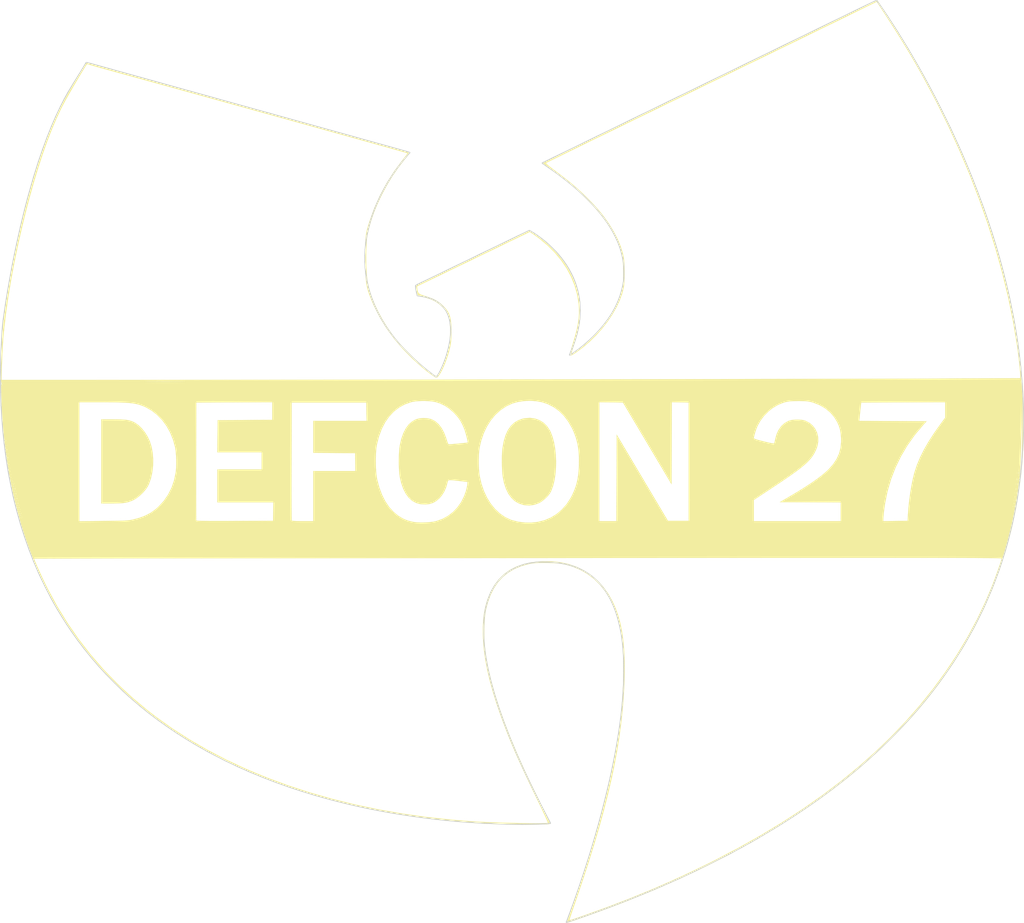
<source format=kicad_pcb>
(kicad_pcb (version 20171130) (host pcbnew "(5.1.2)-1")

  (general
    (thickness 1.6)
    (drawings 562)
    (tracks 0)
    (zones 0)
    (modules 3)
    (nets 1)
  )

  (page A4)
  (layers
    (0 F.Cu signal)
    (31 B.Cu signal)
    (32 B.Adhes user)
    (33 F.Adhes user)
    (34 B.Paste user)
    (35 F.Paste user)
    (36 B.SilkS user)
    (37 F.SilkS user)
    (38 B.Mask user)
    (39 F.Mask user)
    (40 Dwgs.User user)
    (41 Cmts.User user)
    (42 Eco1.User user)
    (43 Eco2.User user)
    (44 Edge.Cuts user)
    (45 Margin user)
    (46 B.CrtYd user)
    (47 F.CrtYd user)
    (48 B.Fab user)
    (49 F.Fab user)
  )

  (setup
    (last_trace_width 0.25)
    (trace_clearance 0.2)
    (zone_clearance 0.508)
    (zone_45_only no)
    (trace_min 0.2)
    (via_size 0.6)
    (via_drill 0.4)
    (via_min_size 0.4)
    (via_min_drill 0.3)
    (uvia_size 0.3)
    (uvia_drill 0.1)
    (uvias_allowed no)
    (uvia_min_size 0.2)
    (uvia_min_drill 0.1)
    (edge_width 0.15)
    (segment_width 0.2)
    (pcb_text_width 0.3)
    (pcb_text_size 1.5 1.5)
    (mod_edge_width 0.15)
    (mod_text_size 1 1)
    (mod_text_width 0.15)
    (pad_size 1.524 1.524)
    (pad_drill 0.762)
    (pad_to_mask_clearance 0.2)
    (aux_axis_origin 0 0)
    (visible_elements 7FFFFFFF)
    (pcbplotparams
      (layerselection 0x010f0_80000001)
      (usegerberextensions false)
      (usegerberattributes false)
      (usegerberadvancedattributes false)
      (creategerberjobfile false)
      (excludeedgelayer true)
      (linewidth 0.100000)
      (plotframeref false)
      (viasonmask false)
      (mode 1)
      (useauxorigin false)
      (hpglpennumber 1)
      (hpglpenspeed 20)
      (hpglpendiameter 15.000000)
      (psnegative false)
      (psa4output false)
      (plotreference true)
      (plotvalue true)
      (plotinvisibletext false)
      (padsonsilk false)
      (subtractmaskfromsilk false)
      (outputformat 1)
      (mirror false)
      (drillshape 1)
      (scaleselection 1)
      (outputdirectory "gerbers/"))
  )

  (net 0 "")

  (net_class Default "This is the default net class."
    (clearance 0.2)
    (trace_width 0.25)
    (via_dia 0.6)
    (via_drill 0.4)
    (uvia_dia 0.3)
    (uvia_drill 0.1)
  )

  (module LOGO (layer F.Cu) (tedit 0) (tstamp 0)
    (at 0 0)
    (fp_text reference G*** (at 0 0) (layer F.SilkS) hide
      (effects (font (size 1.524 1.524) (thickness 0.3)))
    )
    (fp_text value LOGO (at 0.75 0) (layer F.SilkS) hide
      (effects (font (size 1.524 1.524) (thickness 0.3)))
    )
  )

  (module LOGO (layer F.Cu) (tedit 0) (tstamp 0)
    (at 0 0)
    (fp_text reference G*** (at 0 0) (layer F.SilkS) hide
      (effects (font (size 1.524 1.524) (thickness 0.3)))
    )
    (fp_text value LOGO (at 0.75 0) (layer F.SilkS) hide
      (effects (font (size 1.524 1.524) (thickness 0.3)))
    )
    (fp_poly (pts (xy -7.983347 -5.748045) (xy -7.607211 -5.71652) (xy -7.277457 -5.656836) (xy -6.967147 -5.563154)
      (xy -6.649344 -5.42963) (xy -6.437035 -5.324433) (xy -6.197818 -5.187717) (xy -5.975422 -5.029124)
      (xy -5.740985 -4.826517) (xy -5.557364 -4.649732) (xy -5.249461 -4.32065) (xy -5.003359 -3.997772)
      (xy -4.797821 -3.648311) (xy -4.611607 -3.239481) (xy -4.560263 -3.110485) (xy -4.502473 -2.94564)
      (xy -4.438748 -2.738414) (xy -4.374579 -2.510347) (xy -4.315457 -2.282981) (xy -4.266873 -2.077855)
      (xy -4.234318 -1.916513) (xy -4.223282 -1.820493) (xy -4.227224 -1.803946) (xy -4.284524 -1.792251)
      (xy -4.423045 -1.774428) (xy -4.622719 -1.75234) (xy -4.863483 -1.727851) (xy -5.125271 -1.702822)
      (xy -5.388017 -1.679116) (xy -5.631656 -1.658596) (xy -5.836122 -1.643124) (xy -5.981351 -1.634564)
      (xy -6.047276 -1.634778) (xy -6.047815 -1.634939) (xy -6.088062 -1.689979) (xy -6.143777 -1.819746)
      (xy -6.205337 -2.000512) (xy -6.23032 -2.084878) (xy -6.416499 -2.627813) (xy -6.644048 -3.084449)
      (xy -6.917433 -3.463152) (xy -7.031747 -3.585846) (xy -7.306544 -3.827365) (xy -7.581996 -3.991347)
      (xy -7.885305 -4.088619) (xy -8.24367 -4.130004) (xy -8.4074 -4.133336) (xy -8.795334 -4.109851)
      (xy -9.119391 -4.032456) (xy -9.407516 -3.890739) (xy -9.687649 -3.674288) (xy -9.720839 -3.643927)
      (xy -10.015306 -3.322031) (xy -10.259176 -2.946573) (xy -10.454435 -2.510827) (xy -10.603068 -2.00807)
      (xy -10.70706 -1.431577) (xy -10.768396 -0.774624) (xy -10.789061 -0.030487) (xy -10.789066 -0.0254)
      (xy -10.768988 0.720977) (xy -10.706043 1.380984) (xy -10.598398 1.961195) (xy -10.444217 2.468185)
      (xy -10.241666 2.90853) (xy -9.988912 3.288805) (xy -9.806258 3.497218) (xy -9.476317 3.783028)
      (xy -9.124827 3.976144) (xy -8.736512 4.082471) (xy -8.296097 4.107914) (xy -8.232585 4.105511)
      (xy -7.827694 4.054037) (xy -7.478704 3.93419) (xy -7.160311 3.734539) (xy -6.908223 3.50724)
      (xy -6.616897 3.155729) (xy -6.38779 2.751872) (xy -6.213527 2.280734) (xy -6.123299 1.9177)
      (xy -6.107619 1.861182) (xy -6.079052 1.820437) (xy -6.024765 1.79494) (xy -5.931927 1.784165)
      (xy -5.787706 1.787589) (xy -5.579268 1.804686) (xy -5.293782 1.834931) (xy -4.9784 1.87088)
      (xy -4.2418 1.9558) (xy -4.259049 2.181714) (xy -4.281726 2.337744) (xy -4.326567 2.550825)
      (xy -4.384964 2.781183) (xy -4.401481 2.839607) (xy -4.627031 3.449716) (xy -4.931094 4.005348)
      (xy -5.306903 4.49971) (xy -5.747694 4.926006) (xy -6.246701 5.277443) (xy -6.797161 5.547225)
      (xy -7.241948 5.692475) (xy -7.550246 5.753215) (xy -7.922963 5.796255) (xy -8.327021 5.820388)
      (xy -8.729346 5.824405) (xy -9.096862 5.807098) (xy -9.379702 5.770563) (xy -9.694282 5.703892)
      (xy -9.949238 5.631574) (xy -10.186198 5.539532) (xy -10.446789 5.413688) (xy -10.46916 5.402124)
      (xy -10.965135 5.088029) (xy -11.415249 4.685575) (xy -11.817345 4.198127) (xy -12.169266 3.629044)
      (xy -12.468855 2.98169) (xy -12.713955 2.259426) (xy -12.859477 1.6764) (xy -12.910952 1.360685)
      (xy -12.949154 0.969761) (xy -12.973864 0.52873) (xy -12.984866 0.062696) (xy -12.981941 -0.403236)
      (xy -12.964873 -0.843964) (xy -12.933442 -1.234384) (xy -12.887433 -1.549392) (xy -12.887431 -1.5494)
      (xy -12.692159 -2.337353) (xy -12.434617 -3.049295) (xy -12.115741 -3.683812) (xy -11.736467 -4.239487)
      (xy -11.297731 -4.714905) (xy -10.800468 -5.108649) (xy -10.369003 -5.359956) (xy -10.041149 -5.510726)
      (xy -9.730175 -5.62025) (xy -9.409608 -5.693961) (xy -9.052976 -5.73729) (xy -8.633806 -5.75567)
      (xy -8.4328 -5.757256) (xy -7.983347 -5.748045)) (layer F.Mask) (width 0.01))
    (fp_poly (pts (xy 2.282582 -5.74832) (xy 2.834545 -5.651421) (xy 2.8702 -5.642433) (xy 3.470955 -5.436345)
      (xy 4.027198 -5.140034) (xy 4.536149 -4.75591) (xy 4.995029 -4.286383) (xy 5.401059 -3.733863)
      (xy 5.715366 -3.175) (xy 5.966621 -2.606974) (xy 6.156132 -2.036597) (xy 6.287591 -1.444531)
      (xy 6.364687 -0.811433) (xy 6.391113 -0.117964) (xy 6.384342 0.3302) (xy 6.347442 0.974854)
      (xy 6.277156 1.545329) (xy 6.16809 2.065115) (xy 6.014847 2.557698) (xy 5.812032 3.04657)
      (xy 5.713391 3.2512) (xy 5.357354 3.861254) (xy 4.93862 4.39577) (xy 4.461556 4.851372)
      (xy 3.93053 5.224684) (xy 3.349911 5.512329) (xy 2.724065 5.710932) (xy 2.461368 5.764803)
      (xy 2.02802 5.816959) (xy 1.554781 5.83449) (xy 1.087054 5.817346) (xy 0.677374 5.766779)
      (xy 0.042895 5.604551) (xy -0.538539 5.35723) (xy -1.068178 5.023823) (xy -1.547273 4.603337)
      (xy -1.977073 4.094782) (xy -2.35883 3.497164) (xy -2.487212 3.255139) (xy -2.637889 2.916101)
      (xy -2.785643 2.510316) (xy -2.919522 2.072322) (xy -3.028575 1.636655) (xy -3.076428 1.397)
      (xy -3.1228 1.050069) (xy -3.153487 0.638795) (xy -3.168451 0.19145) (xy -3.16819 0.041775)
      (xy -0.964901 0.041775) (xy -0.944073 0.781158) (xy -0.880979 1.435175) (xy -0.773915 2.011611)
      (xy -0.62118 2.518253) (xy -0.421071 2.962885) (xy -0.271753 3.211903) (xy 0.031506 3.581656)
      (xy 0.390644 3.870284) (xy 0.795177 4.073491) (xy 1.234622 4.186985) (xy 1.698495 4.20647)
      (xy 2.042199 4.159778) (xy 2.46612 4.025705) (xy 2.859354 3.804985) (xy 3.182033 3.541856)
      (xy 3.433925 3.284021) (xy 3.622811 3.030914) (xy 3.77203 2.746) (xy 3.89264 2.429409)
      (xy 4.02147 1.95471) (xy 4.116277 1.40705) (xy 4.176552 0.80938) (xy 4.201787 0.184653)
      (xy 4.191475 -0.44418) (xy 4.145105 -1.054166) (xy 4.06217 -1.622354) (xy 3.989738 -1.95318)
      (xy 3.811865 -2.523536) (xy 3.589128 -3.004258) (xy 3.319008 -3.398066) (xy 2.998985 -3.707682)
      (xy 2.62654 -3.935826) (xy 2.199153 -4.08522) (xy 1.974352 -4.129663) (xy 1.490609 -4.156371)
      (xy 1.027802 -4.088429) (xy 0.596783 -3.931546) (xy 0.208402 -3.691435) (xy -0.126489 -3.373806)
      (xy -0.397039 -2.984371) (xy -0.469157 -2.843609) (xy -0.637284 -2.440177) (xy -0.767408 -2.015969)
      (xy -0.86234 -1.554621) (xy -0.924893 -1.039768) (xy -0.957877 -0.455047) (xy -0.964901 0.041775)
      (xy -3.16819 0.041775) (xy -3.167656 -0.263698) (xy -3.151068 -0.69838) (xy -3.118649 -1.084325)
      (xy -3.079922 -1.3462) (xy -2.893783 -2.103836) (xy -2.638421 -2.805972) (xy -2.317889 -3.447159)
      (xy -1.936239 -4.021942) (xy -1.497523 -4.52487) (xy -1.005795 -4.950492) (xy -0.465105 -5.293355)
      (xy 0.01486 -5.510016) (xy 0.531382 -5.660723) (xy 1.101306 -5.751594) (xy 1.694937 -5.781252)
      (xy 2.282582 -5.74832)) (layer F.Mask) (width 0.01))
    (fp_poly (pts (xy -39.1287 -5.63792) (xy -38.455575 -5.636088) (xy -37.873805 -5.630448) (xy -37.373183 -5.619889)
      (xy -36.943501 -5.603298) (xy -36.574551 -5.579563) (xy -36.256125 -5.547571) (xy -35.978014 -5.50621)
      (xy -35.730011 -5.454369) (xy -35.501907 -5.390933) (xy -35.283494 -5.314792) (xy -35.064564 -5.224832)
      (xy -34.976081 -5.185419) (xy -34.404609 -4.871334) (xy -33.879705 -4.471659) (xy -33.406829 -3.993718)
      (xy -32.991443 -3.444835) (xy -32.639005 -2.832333) (xy -32.354977 -2.163536) (xy -32.14482 -1.445766)
      (xy -32.126276 -1.363352) (xy -32.078042 -1.069703) (xy -32.042357 -0.704996) (xy -32.020165 -0.299107)
      (xy -32.012412 0.118087) (xy -32.020041 0.516708) (xy -32.043999 0.86688) (xy -32.05318 0.947579)
      (xy -32.187905 1.664743) (xy -32.403704 2.345108) (xy -32.694787 2.980894) (xy -33.055365 3.564321)
      (xy -33.479651 4.08761) (xy -33.961856 4.542982) (xy -34.496191 4.922655) (xy -35.076867 5.218852)
      (xy -35.293612 5.302651) (xy -35.515139 5.37947) (xy -35.718653 5.444164) (xy -35.915499 5.497893)
      (xy -36.117021 5.541812) (xy -36.334563 5.577078) (xy -36.579471 5.604849) (xy -36.863089 5.62628)
      (xy -37.196761 5.64253) (xy -37.591832 5.654754) (xy -38.059647 5.664109) (xy -38.611549 5.671754)
      (xy -38.9509 5.675603) (xy -41.2496 5.700463) (xy -41.2496 4.0132) (xy -39.1668 4.0132)
      (xy -38.1635 4.012317) (xy -37.68225 4.007095) (xy -37.295658 3.992121) (xy -36.99722 3.967032)
      (xy -36.8046 3.936776) (xy -36.329893 3.79544) (xy -35.894448 3.575206) (xy -35.482128 3.266982)
      (xy -35.280945 3.078381) (xy -35.046292 2.826131) (xy -34.850389 2.580929) (xy -34.714131 2.369025)
      (xy -34.70981 2.360834) (xy -34.498832 1.863792) (xy -34.344336 1.303098) (xy -34.247218 0.700146)
      (xy -34.208375 0.076329) (xy -34.228701 -0.54696) (xy -34.309092 -1.148327) (xy -34.450445 -1.706381)
      (xy -34.530259 -1.927867) (xy -34.742167 -2.375924) (xy -35.004603 -2.794675) (xy -35.303137 -3.166207)
      (xy -35.623338 -3.472604) (xy -35.950776 -3.695954) (xy -35.957376 -3.699492) (xy -36.149172 -3.794204)
      (xy -36.337941 -3.86817) (xy -36.539787 -3.923813) (xy -36.770811 -3.963557) (xy -37.047117 -3.989827)
      (xy -37.384806 -4.005045) (xy -37.799981 -4.011635) (xy -38.0365 -4.01245) (xy -39.1668 -4.0132)
      (xy -39.1668 4.0132) (xy -41.2496 4.0132) (xy -41.2496 -5.6388) (xy -39.1287 -5.63792)) (layer F.Mask) (width 0.01))
    (fp_poly (pts (xy -22.86 -3.963323) (xy -25.4635 -3.950162) (xy -28.067 -3.937) (xy -28.09389 -0.8636)
      (xy -23.876 -0.8636) (xy -23.876 0.762) (xy -28.0924 0.762) (xy -28.0924 3.9116)
      (xy -22.756001 3.9116) (xy -22.769901 4.7879) (xy -22.7838 5.6642) (xy -26.430166 5.677236)
      (xy -27.153609 5.679489) (xy -27.78136 5.680665) (xy -28.319322 5.680681) (xy -28.773397 5.679456)
      (xy -29.149488 5.676909) (xy -29.453498 5.672958) (xy -29.691331 5.66752) (xy -29.868888 5.660515)
      (xy -29.992073 5.651861) (xy -30.066788 5.641475) (xy -30.098936 5.629277) (xy -30.100848 5.626436)
      (xy -30.103974 5.568079) (xy -30.10675 5.414707) (xy -30.109162 5.172902) (xy -30.111199 4.849249)
      (xy -30.112846 4.450332) (xy -30.114091 3.982733) (xy -30.114921 3.453038) (xy -30.115322 2.867829)
      (xy -30.115281 2.233691) (xy -30.114785 1.557206) (xy -30.113822 0.84496) (xy -30.112378 0.103535)
      (xy -30.112082 -0.0254) (xy -30.099 -5.6134) (xy -26.4795 -5.626439) (xy -22.86 -5.639477)
      (xy -22.86 -3.963323)) (layer F.Mask) (width 0.01))
    (fp_poly (pts (xy -13.879901 -4.7371) (xy -13.866001 -3.8608) (xy -18.9484 -3.8608) (xy -18.9484 -0.81398)
      (xy -14.9606 -0.7874) (xy -14.932744 0.9144) (xy -18.9484 0.9144) (xy -18.9484 5.6896)
      (xy -19.965995 5.6896) (xy -20.335773 5.687947) (xy -20.613873 5.68259) (xy -20.81017 5.672926)
      (xy -20.934538 5.658352) (xy -20.996853 5.638267) (xy -21.007777 5.6261) (xy -21.010886 5.567788)
      (xy -21.013645 5.414461) (xy -21.016042 5.1727) (xy -21.018064 4.84909) (xy -21.019698 4.450212)
      (xy -21.02093 3.982652) (xy -21.021749 3.452991) (xy -21.02214 2.867813) (xy -21.022092 2.233701)
      (xy -21.021591 1.557239) (xy -21.020624 0.845009) (xy -21.019178 0.103595) (xy -21.018882 -0.0254)
      (xy -21.0058 -5.6134) (xy -13.8938 -5.6134) (xy -13.879901 -4.7371)) (layer F.Mask) (width 0.01))
    (fp_poly (pts (xy 16.040413 -5.627389) (xy 16.8402 -5.6134) (xy 16.8402 5.6642) (xy 14.871882 5.6642)
      (xy 12.427041 1.549707) (xy 9.9822 -2.564785) (xy 9.969201 1.562407) (xy 9.956202 5.6896)
      (xy 8.3312 5.6896) (xy 8.3312 -5.640744) (xy 10.577864 -5.6134) (xy 12.896232 -1.713393)
      (xy 15.2146 2.186615) (xy 15.227613 -1.727381) (xy 15.240627 -5.641377) (xy 16.040413 -5.627389)) (layer F.Mask) (width 0.01))
    (fp_poly (pts (xy 27.562326 -5.762239) (xy 27.955133 -5.739869) (xy 28.305649 -5.699985) (xy 28.575 -5.645754)
      (xy 29.176352 -5.436261) (xy 29.718543 -5.152011) (xy 30.195258 -4.797955) (xy 30.600182 -4.379038)
      (xy 30.927002 -3.900212) (xy 31.014718 -3.7338) (xy 31.167339 -3.384961) (xy 31.273045 -3.042363)
      (xy 31.340055 -2.671522) (xy 31.376588 -2.237952) (xy 31.377962 -2.2098) (xy 31.377022 -1.704095)
      (xy 31.319067 -1.249626) (xy 31.19829 -0.809878) (xy 31.123808 -0.61179) (xy 30.973645 -0.287309)
      (xy 30.785776 0.029967) (xy 30.554705 0.344675) (xy 30.274932 0.66145) (xy 29.940962 0.984931)
      (xy 29.547295 1.319755) (xy 29.088434 1.670559) (xy 28.558881 2.041979) (xy 27.953139 2.438653)
      (xy 27.265709 2.865218) (xy 26.491094 3.326311) (xy 26.373008 3.395264) (xy 25.53042 3.8862)
      (xy 31.3436 3.912432) (xy 31.3436 5.6896) (xy 23.0632 5.6896) (xy 23.0632 3.678131)
      (xy 24.827042 2.512165) (xy 25.497321 2.066573) (xy 26.086964 1.668333) (xy 26.602128 1.311982)
      (xy 27.048969 0.992058) (xy 27.433646 0.703099) (xy 27.762315 0.439641) (xy 28.041134 0.196224)
      (xy 28.27626 -0.032617) (xy 28.47385 -0.252343) (xy 28.640061 -0.468416) (xy 28.781052 -0.6863)
      (xy 28.902979 -0.911456) (xy 29.011999 -1.149347) (xy 29.04573 -1.230438) (xy 29.173504 -1.664011)
      (xy 29.209479 -2.095494) (xy 29.15864 -2.512602) (xy 29.025975 -2.903054) (xy 28.816471 -3.254564)
      (xy 28.535113 -3.554851) (xy 28.186888 -3.79163) (xy 27.9654 -3.89158) (xy 27.720644 -3.953507)
      (xy 27.414836 -3.986178) (xy 27.084197 -3.989667) (xy 26.764948 -3.964051) (xy 26.49331 -3.909404)
      (xy 26.429258 -3.888376) (xy 26.046248 -3.694556) (xy 25.717791 -3.417964) (xy 25.447787 -3.063899)
      (xy 25.240135 -2.637664) (xy 25.098737 -2.144558) (xy 25.082092 -2.0574) (xy 25.047878 -1.889165)
      (xy 25.014362 -1.762505) (xy 24.993206 -1.712279) (xy 24.93547 -1.711527) (xy 24.795165 -1.733356)
      (xy 24.58801 -1.774617) (xy 24.329723 -1.83216) (xy 24.036023 -1.902835) (xy 24.010938 -1.909095)
      (xy 23.669278 -1.996316) (xy 23.415853 -2.065571) (xy 23.239642 -2.120591) (xy 23.129622 -2.165106)
      (xy 23.074773 -2.202845) (xy 23.0632 -2.229838) (xy 23.080749 -2.355106) (xy 23.127778 -2.54722)
      (xy 23.195852 -2.778763) (xy 23.276541 -3.022318) (xy 23.361411 -3.250469) (xy 23.419086 -3.386974)
      (xy 23.661869 -3.832787) (xy 23.983635 -4.267624) (xy 24.394614 -4.705185) (xy 24.424862 -4.734241)
      (xy 24.880775 -5.102157) (xy 25.401194 -5.401862) (xy 25.967057 -5.622926) (xy 26.1366 -5.670749)
      (xy 26.414364 -5.721349) (xy 26.76352 -5.75327) (xy 27.155648 -5.766803) (xy 27.562326 -5.762239)) (layer F.Mask) (width 0.01))
    (fp_poly (pts (xy 41.3004 -4.166412) (xy 40.876833 -3.594506) (xy 40.262525 -2.73149) (xy 39.731942 -1.913122)
      (xy 39.281306 -1.132412) (xy 38.906842 -0.382373) (xy 38.604775 0.343984) (xy 38.37794 1.030548)
      (xy 38.240927 1.564225) (xy 38.112637 2.174994) (xy 37.996868 2.838465) (xy 37.897421 3.53025)
      (xy 37.818094 4.225959) (xy 37.762689 4.901203) (xy 37.754951 5.0292) (xy 37.719 5.6642)
      (xy 36.5633 5.677853) (xy 35.4076 5.691507) (xy 35.4076 5.499742) (xy 35.413504 5.37531)
      (xy 35.429594 5.177047) (xy 35.453434 4.931932) (xy 35.482587 4.666946) (xy 35.483506 4.659075)
      (xy 35.674086 3.461405) (xy 35.961391 2.292586) (xy 36.343686 1.156411) (xy 36.819233 0.056677)
      (xy 37.386296 -1.002824) (xy 38.043139 -2.018295) (xy 38.788024 -2.985942) (xy 39.196348 -3.4544)
      (xy 39.542261 -3.8354) (xy 36.328892 -3.84848) (xy 33.115522 -3.86156) (xy 33.15171 -4.22948)
      (xy 33.174211 -4.451812) (xy 33.202996 -4.727312) (xy 33.233047 -5.008178) (xy 33.243649 -5.1054)
      (xy 33.2994 -5.6134) (xy 41.3004 -5.639416) (xy 41.3004 -4.166412)) (layer F.Mask) (width 0.01))
  )

  (module LOGO (layer F.Cu) (tedit 0) (tstamp 0)
    (at 0 0)
    (fp_text reference G*** (at 0 0) (layer F.SilkS) hide
      (effects (font (size 1.524 1.524) (thickness 0.3)))
    )
    (fp_text value LOGO (at 0.75 0) (layer F.SilkS) hide
      (effects (font (size 1.524 1.524) (thickness 0.3)))
    )
    (fp_poly (pts (xy 34.840642 -43.957988) (xy 34.844755 -43.953516) (xy 36.38265 -41.643967) (xy 37.850866 -39.275251)
      (xy 39.245187 -36.855745) (xy 40.561394 -34.393827) (xy 41.795273 -31.897875) (xy 42.942606 -29.376265)
      (xy 43.999178 -26.837377) (xy 44.960771 -24.289588) (xy 45.448356 -22.8854) (xy 46.198169 -20.53243)
      (xy 46.852986 -18.2125) (xy 47.413166 -15.923577) (xy 47.879068 -13.66363) (xy 48.251051 -11.430626)
      (xy 48.529475 -9.222535) (xy 48.714697 -7.037323) (xy 48.807077 -4.872959) (xy 48.818563 -3.808057)
      (xy 48.771284 -1.678038) (xy 48.628906 0.417176) (xy 48.391564 2.477167) (xy 48.059395 4.501516)
      (xy 47.632535 6.489804) (xy 47.111122 8.441614) (xy 46.495292 10.356525) (xy 45.785182 12.234121)
      (xy 44.980927 14.073981) (xy 44.082665 15.875688) (xy 43.090533 17.638822) (xy 42.004666 19.362966)
      (xy 40.825201 21.0477) (xy 40.618088 21.326559) (xy 39.975714 22.16682) (xy 39.340786 22.960128)
      (xy 38.696461 23.72579) (xy 38.025895 24.48311) (xy 37.312245 25.251396) (xy 36.538668 26.049952)
      (xy 36.19767 26.39319) (xy 35.108971 27.454317) (xy 34.013941 28.464951) (xy 32.898387 29.43657)
      (xy 31.748116 30.380648) (xy 30.548933 31.30866) (xy 29.286645 32.232084) (xy 27.94706 33.162393)
      (xy 27.234445 33.639945) (xy 25.182975 34.949179) (xy 23.047272 36.213703) (xy 20.825887 37.434251)
      (xy 18.517371 38.611551) (xy 16.120276 39.746335) (xy 13.633152 40.839335) (xy 11.054551 41.89128)
      (xy 10.287201 42.18963) (xy 9.852233 42.355554) (xy 9.388992 42.529797) (xy 8.907358 42.708838)
      (xy 8.417214 42.889157) (xy 7.928442 43.067233) (xy 7.450924 43.239545) (xy 6.99454 43.402573)
      (xy 6.569175 43.552795) (xy 6.184708 43.686692) (xy 5.851023 43.800742) (xy 5.578001 43.891426)
      (xy 5.375523 43.955221) (xy 5.253472 43.988607) (xy 5.226058 43.9928) (xy 5.223718 43.949072)
      (xy 5.25282 43.832057) (xy 5.307598 43.663011) (xy 5.339802 43.5737) (xy 5.560213 42.970479)
      (xy 5.800479 42.29554) (xy 6.054549 41.566991) (xy 6.316376 40.802941) (xy 6.579908 40.021497)
      (xy 6.839098 39.240769) (xy 7.087896 38.478864) (xy 7.320252 37.753891) (xy 7.530118 37.083958)
      (xy 7.711444 36.487174) (xy 7.745341 36.3728) (xy 8.25605 34.590639) (xy 8.713328 32.887439)
      (xy 9.118338 31.256476) (xy 9.472242 29.691025) (xy 9.776204 28.18436) (xy 10.031385 26.729757)
      (xy 10.238947 25.320491) (xy 10.400054 23.949837) (xy 10.515869 22.61107) (xy 10.587553 21.297465)
      (xy 10.616268 20.002298) (xy 10.616964 19.7612) (xy 10.602216 18.764251) (xy 10.557042 17.853094)
      (xy 10.479579 17.016019) (xy 10.367965 16.241315) (xy 10.220339 15.517272) (xy 10.034838 14.83218)
      (xy 9.8096 14.174329) (xy 9.674754 13.835771) (xy 9.309448 13.078515) (xy 8.874688 12.385932)
      (xy 8.375341 11.762756) (xy 7.816274 11.213721) (xy 7.202354 10.743559) (xy 6.538447 10.357005)
      (xy 5.829421 10.058792) (xy 5.771086 10.038957) (xy 5.404884 9.923717) (xy 5.06718 9.835294)
      (xy 4.734794 9.770433) (xy 4.384545 9.725883) (xy 3.993253 9.698389) (xy 3.537738 9.6847)
      (xy 3.2258 9.681766) (xy 2.8431 9.68133) (xy 2.542099 9.684303) (xy 2.302915 9.692065)
      (xy 2.105667 9.705996) (xy 1.930473 9.727477) (xy 1.757452 9.757887) (xy 1.577541 9.796181)
      (xy 0.857029 10.000284) (xy 0.206334 10.275228) (xy -0.375977 10.622564) (xy -0.891334 11.043841)
      (xy -1.341171 11.540609) (xy -1.726917 12.114416) (xy -2.050006 12.766812) (xy -2.311867 13.499347)
      (xy -2.490046 14.1986) (xy -2.53905 14.494798) (xy -2.579006 14.870251) (xy -2.609222 15.302959)
      (xy -2.629005 15.770921) (xy -2.637663 16.252135) (xy -2.634505 16.724601) (xy -2.618837 17.166319)
      (xy -2.594265 17.510915) (xy -2.462233 18.567436) (xy -2.256985 19.693152) (xy -1.978825 20.887137)
      (xy -1.628058 22.148461) (xy -1.204989 23.476199) (xy -0.709923 24.869422) (xy -0.143163 26.327202)
      (xy 0.494986 27.848611) (xy 1.204218 29.432723) (xy 1.592547 30.263088) (xy 1.751168 30.594554)
      (xy 1.944702 30.99403) (xy 2.162067 31.438936) (xy 2.392179 31.90669) (xy 2.623956 32.37471)
      (xy 2.846316 32.820415) (xy 2.908224 32.9438) (xy 3.120878 33.368261) (xy 3.290904 33.711192)
      (xy 3.422143 33.981412) (xy 3.518435 34.18774) (xy 3.58362 34.338998) (xy 3.621539 34.444005)
      (xy 3.636032 34.511581) (xy 3.63094 34.550545) (xy 3.615069 34.567204) (xy 3.545145 34.579482)
      (xy 3.385291 34.591777) (xy 3.147179 34.603649) (xy 2.842477 34.61466) (xy 2.482857 34.62437)
      (xy 2.079987 34.632341) (xy 1.764228 34.636822) (xy -0.445921 34.625832) (xy -2.691965 34.542118)
      (xy -4.957426 34.3876) (xy -7.225827 34.164202) (xy -9.480693 33.873846) (xy -11.705547 33.518454)
      (xy -13.883912 33.099949) (xy -15.999311 32.620252) (xy -16.421391 32.515114) (xy -18.649845 31.909159)
      (xy -20.80037 31.238583) (xy -22.873732 30.503028) (xy -24.870699 29.702136) (xy -26.792034 28.83555)
      (xy -28.638505 27.902912) (xy -30.410877 26.903864) (xy -32.109917 25.838049) (xy -33.736389 24.705109)
      (xy -34.691488 23.982261) (xy -35.884402 23.003409) (xy -37.064281 21.94265) (xy -38.211542 20.819465)
      (xy -39.3066 19.653337) (xy -40.32987 18.463746) (xy -40.69661 18.0086) (xy -41.739603 16.613369)
      (xy -42.722768 15.144758) (xy -43.638315 13.616644) (xy -44.478455 12.042908) (xy -45.2354 10.437428)
      (xy -45.71439 9.269842) (xy -45.557977 9.269842) (xy -45.547101 9.323797) (xy -45.497669 9.456845)
      (xy -45.415301 9.656584) (xy -45.305616 9.910613) (xy -45.174234 10.206531) (xy -45.026775 10.531936)
      (xy -44.868858 10.874428) (xy -44.706102 11.221605) (xy -44.544127 11.561067) (xy -44.388553 11.880411)
      (xy -44.245323 12.1666) (xy -43.347673 13.819445) (xy -42.36881 15.411437) (xy -41.308585 16.942751)
      (xy -40.166849 18.413564) (xy -38.943453 19.82405) (xy -37.638248 21.174388) (xy -36.251085 22.464752)
      (xy -34.781815 23.695319) (xy -33.9598 24.330826) (xy -32.385995 25.453437) (xy -30.733037 26.515003)
      (xy -29.003662 27.514616) (xy -27.200606 28.451372) (xy -25.326604 29.324364) (xy -23.384394 30.132686)
      (xy -21.37671 30.875432) (xy -19.306288 31.551697) (xy -17.175865 32.160575) (xy -14.988176 32.701159)
      (xy -12.745956 33.172543) (xy -10.451943 33.573822) (xy -8.108871 33.90409) (xy -5.719477 34.162441)
      (xy -3.81 34.314482) (xy -3.393364 34.340117) (xy -2.929012 34.364456) (xy -2.426266 34.387321)
      (xy -1.894451 34.408532) (xy -1.342889 34.427912) (xy -0.780902 34.445283) (xy -0.217815 34.460467)
      (xy 0.337051 34.473286) (xy 0.874371 34.48356) (xy 1.384824 34.491113) (xy 1.859086 34.495766)
      (xy 2.287834 34.497341) (xy 2.661746 34.49566) (xy 2.971497 34.490545) (xy 3.207766 34.481817)
      (xy 3.361228 34.469298) (xy 3.422563 34.452811) (xy 3.422643 34.452684) (xy 3.406193 34.400225)
      (xy 3.349357 34.265498) (xy 3.256323 34.057537) (xy 3.13128 33.785374) (xy 2.978417 33.458043)
      (xy 2.801922 33.084575) (xy 2.605984 32.674003) (xy 2.394792 32.23536) (xy 2.386161 32.217514)
      (xy 1.952219 31.316574) (xy 1.560826 30.495549) (xy 1.207448 29.744325) (xy 0.887549 29.052787)
      (xy 0.596594 28.410818) (xy 0.330047 27.808304) (xy 0.083374 27.235129) (xy -0.14796 26.681179)
      (xy -0.368491 26.136337) (xy -0.567998 25.6286) (xy -1.048755 24.345463) (xy -1.467438 23.135551)
      (xy -1.825526 21.99282) (xy -2.124502 20.91123) (xy -2.365847 19.884737) (xy -2.551043 18.907301)
      (xy -2.681571 17.972878) (xy -2.758912 17.075427) (xy -2.778876 16.6116) (xy -2.782933 15.827323)
      (xy -2.74762 15.119516) (xy -2.670591 14.470032) (xy -2.5495 13.860727) (xy -2.382 13.273454)
      (xy -2.326035 13.109278) (xy -2.031842 12.401937) (xy -1.675804 11.773716) (xy -1.256828 11.223855)
      (xy -0.773826 10.751593) (xy -0.225706 10.356168) (xy 0.388623 10.036819) (xy 1.07025 9.792784)
      (xy 1.820266 9.623303) (xy 2.639761 9.527613) (xy 2.8194 9.516892) (xy 3.724258 9.515749)
      (xy 4.585896 9.604736) (xy 5.40178 9.782424) (xy 6.169375 10.047384) (xy 6.886148 10.398189)
      (xy 7.549565 10.833409) (xy 8.157093 11.351616) (xy 8.706198 11.951381) (xy 9.194346 12.631277)
      (xy 9.591776 13.335) (xy 9.882902 13.980449) (xy 10.130308 14.66968) (xy 10.334948 15.409201)
      (xy 10.497772 16.205524) (xy 10.619733 17.065161) (xy 10.701781 17.994622) (xy 10.744868 19.000419)
      (xy 10.749946 20.089062) (xy 10.724931 21.088666) (xy 10.661185 22.34796) (xy 10.562237 23.616753)
      (xy 10.426771 24.900945) (xy 10.25347 26.206438) (xy 10.041017 27.539134) (xy 9.788095 28.904934)
      (xy 9.493389 30.309739) (xy 9.155581 31.759453) (xy 8.773354 33.259975) (xy 8.345393 34.817207)
      (xy 7.87038 36.437052) (xy 7.346999 38.12541) (xy 6.773933 39.888184) (xy 6.149866 41.731274)
      (xy 6.06439 41.97862) (xy 5.929144 42.370411) (xy 5.805135 42.73215) (xy 5.696169 43.052537)
      (xy 5.606054 43.320275) (xy 5.538595 43.524067) (xy 5.497601 43.652613) (xy 5.4864 43.694088)
      (xy 5.494342 43.712841) (xy 5.524429 43.719517) (xy 5.586047 43.711283) (xy 5.688585 43.685311)
      (xy 5.841429 43.638768) (xy 6.053968 43.568826) (xy 6.335589 43.472652) (xy 6.69568 43.347417)
      (xy 7.0612 43.21926) (xy 9.176499 42.454395) (xy 11.209547 41.674161) (xy 13.17943 40.870479)
      (xy 15.105234 40.03527) (xy 17.006045 39.160456) (xy 18.900951 38.237959) (xy 19.2786 38.04819)
      (xy 21.537851 36.866111) (xy 23.701853 35.65001) (xy 25.77125 34.399438) (xy 27.746687 33.113944)
      (xy 29.628807 31.793079) (xy 31.418255 30.436391) (xy 33.115674 29.043432) (xy 34.72171 27.61375)
      (xy 36.068872 26.315961) (xy 37.501515 24.819898) (xy 38.855182 23.278651) (xy 40.127062 21.696392)
      (xy 41.314347 20.077289) (xy 42.414226 18.425516) (xy 43.423888 16.745241) (xy 44.340525 15.040637)
      (xy 45.161327 13.315873) (xy 45.721441 11.9888) (xy 45.834467 11.699919) (xy 45.957263 11.376556)
      (xy 46.084778 11.033007) (xy 46.21196 10.683567) (xy 46.333757 10.342532) (xy 46.445116 10.024198)
      (xy 46.540986 9.742862) (xy 46.616315 9.512819) (xy 46.66605 9.348365) (xy 46.685139 9.263796)
      (xy 46.6852 9.261639) (xy 46.680565 9.256918) (xy 46.665378 9.252386) (xy 46.63771 9.24804)
      (xy 46.595634 9.243878) (xy 46.537225 9.2399) (xy 46.460554 9.236102) (xy 46.363694 9.232483)
      (xy 46.244719 9.22904) (xy 46.101702 9.225772) (xy 45.932716 9.222677) (xy 45.735833 9.219753)
      (xy 45.509126 9.216997) (xy 45.250669 9.214408) (xy 44.958535 9.211983) (xy 44.630796 9.209721)
      (xy 44.265526 9.20762) (xy 43.860797 9.205677) (xy 43.414682 9.203891) (xy 42.925255 9.20226)
      (xy 42.390589 9.200781) (xy 41.808756 9.199453) (xy 41.177829 9.198274) (xy 40.495882 9.197241)
      (xy 39.760987 9.196353) (xy 38.971217 9.195608) (xy 38.124646 9.195003) (xy 37.219347 9.194537)
      (xy 36.253391 9.194207) (xy 35.224853 9.194012) (xy 34.131805 9.19395) (xy 32.972321 9.194018)
      (xy 31.744473 9.194215) (xy 30.446334 9.194539) (xy 29.075977 9.194987) (xy 27.631476 9.195558)
      (xy 26.110903 9.196249) (xy 24.512331 9.197059) (xy 22.833833 9.197986) (xy 21.073483 9.199027)
      (xy 19.229353 9.200181) (xy 17.299515 9.201445) (xy 15.282045 9.202818) (xy 13.175013 9.204298)
      (xy 10.976493 9.205882) (xy 8.684558 9.207569) (xy 6.297282 9.209356) (xy 3.812737 9.211242)
      (xy 1.228995 9.213225) (xy 0.573862 9.21373) (xy -1.588067 9.215422) (xy -3.725202 9.217139)
      (xy -5.835285 9.218878) (xy -7.916057 9.220637) (xy -9.965259 9.222413) (xy -11.980633 9.224202)
      (xy -13.959919 9.226003) (xy -15.900859 9.227812) (xy -17.801194 9.229627) (xy -19.658666 9.231445)
      (xy -21.471016 9.233263) (xy -23.235984 9.235079) (xy -24.951313 9.23689) (xy -26.614743 9.238692)
      (xy -28.224016 9.240484) (xy -29.776873 9.242263) (xy -31.271055 9.244025) (xy -32.704303 9.245768)
      (xy -34.074359 9.24749) (xy -35.378965 9.249187) (xy -36.61586 9.250856) (xy -37.782787 9.252496)
      (xy -38.877487 9.254103) (xy -39.8977 9.255675) (xy -40.841169 9.257209) (xy -41.705635 9.258701)
      (xy -42.488838 9.26015) (xy -43.18852 9.261553) (xy -43.802422 9.262906) (xy -44.328286 9.264207)
      (xy -44.763853 9.265454) (xy -45.106863 9.266643) (xy -45.355059 9.267772) (xy -45.506182 9.268838)
      (xy -45.557972 9.269838) (xy -45.557977 9.269842) (xy -45.71439 9.269842) (xy -45.90136 8.814084)
      (xy -45.991961 8.572505) (xy -46.600361 6.815547) (xy -46.933028 5.700463) (xy -41.2496 5.700463)
      (xy -38.9509 5.675603) (xy -38.398864 5.669329) (xy -37.937629 5.663164) (xy -37.556401 5.656592)
      (xy -37.244383 5.649097) (xy -36.99078 5.640165) (xy -36.784795 5.629279) (xy -36.615632 5.615923)
      (xy -36.472496 5.599584) (xy -36.344591 5.579744) (xy -36.221121 5.555888) (xy -36.157212 5.542191)
      (xy -35.520333 5.374213) (xy -34.961581 5.163407) (xy -34.463318 4.90089) (xy -34.007912 4.577783)
      (xy -33.697575 4.303525) (xy -33.202384 3.759799) (xy -32.789817 3.158184) (xy -32.592046 2.762917)
      (xy -30.115346 2.762917) (xy -30.11502 3.356939) (xy -30.114263 3.896572) (xy -30.113088 4.375231)
      (xy -30.111508 4.786332) (xy -30.109537 5.123292) (xy -30.107187 5.379527) (xy -30.104472 5.548453)
      (xy -30.101405 5.623486) (xy -30.100848 5.626436) (xy -30.077004 5.639031) (xy -30.011851 5.649796)
      (xy -29.899486 5.658813) (xy -29.734006 5.666162) (xy -29.509508 5.671927) (xy -29.22009 5.676188)
      (xy -28.859848 5.679027) (xy -28.422879 5.680527) (xy -27.903282 5.680768) (xy -27.295153 5.679833)
      (xy -26.592588 5.677802) (xy -26.430166 5.677236) (xy -22.7838 5.6642) (xy -22.769901 4.7879)
      (xy -22.756001 3.9116) (xy -28.0924 3.9116) (xy -28.0924 2.762855) (xy -21.022164 2.762855)
      (xy -21.021846 3.356852) (xy -21.0211 3.896455) (xy -21.019937 4.375082) (xy -21.018371 4.786149)
      (xy -21.016414 5.123073) (xy -21.01408 5.379271) (xy -21.011382 5.548159) (xy -21.008332 5.623155)
      (xy -21.007777 5.6261) (xy -20.972528 5.649135) (xy -20.880114 5.666362) (xy -20.72066 5.678381)
      (xy -20.484292 5.685796) (xy -20.161133 5.689207) (xy -19.965995 5.6896) (xy -18.9484 5.6896)
      (xy -18.9484 0.9144) (xy -14.932744 0.9144) (xy -14.946685 0.062681) (xy -12.984866 0.062681)
      (xy -12.973865 0.528715) (xy -12.949155 0.969747) (xy -12.910954 1.360673) (xy -12.859479 1.67639)
      (xy -12.859477 1.6764) (xy -12.65625 2.452132) (xy -12.396931 3.155453) (xy -12.083678 3.783)
      (xy -11.718648 4.331411) (xy -11.303998 4.797323) (xy -10.841884 5.177376) (xy -10.46916 5.402124)
      (xy -10.205002 5.531173) (xy -9.967699 5.62533) (xy -9.715624 5.698673) (xy -9.40715 5.765278)
      (xy -9.379702 5.770563) (xy -9.074644 5.808898) (xy -8.703855 5.824779) (xy -8.30041 5.819416)
      (xy -7.897386 5.794015) (xy -7.527857 5.749786) (xy -7.241948 5.692475) (xy -6.65718 5.488728)
      (xy -6.118765 5.198204) (xy -5.633467 4.8277) (xy -5.208053 4.384009) (xy -4.849286 3.873927)
      (xy -4.563933 3.304247) (xy -4.401481 2.839607) (xy -4.340951 2.611309) (xy -4.291713 2.389835)
      (xy -4.262378 2.21496) (xy -4.259049 2.181714) (xy -4.2418 1.9558) (xy -4.9784 1.87088)
      (xy -5.340056 1.829793) (xy -5.613675 1.801406) (xy -5.812091 1.786243) (xy -5.948136 1.784828)
      (xy -6.034642 1.797687) (xy -6.084441 1.825344) (xy -6.110365 1.868324) (xy -6.123299 1.9177)
      (xy -6.264758 2.442615) (xy -6.456088 2.890181) (xy -6.704666 3.275334) (xy -6.908223 3.50724)
      (xy -7.220375 3.779685) (xy -7.542688 3.963094) (xy -7.900467 4.068899) (xy -8.232585 4.105511)
      (xy -8.700874 4.083018) (xy -9.125491 3.969268) (xy -9.505636 3.765113) (xy -9.84051 3.471409)
      (xy -10.129313 3.089009) (xy -10.371245 2.618766) (xy -10.565508 2.061534) (xy -10.702289 1.468179)
      (xy -10.74344 1.164459) (xy -10.772242 0.785893) (xy -10.788704 0.358481) (xy -10.792833 -0.091778)
      (xy -10.791123 -0.18505) (xy -3.16893 -0.18505) (xy -3.166976 0.270772) (xy -3.149269 0.713865)
      (xy -3.115846 1.115959) (xy -3.076428 1.397) (xy -2.907077 2.133947) (xy -2.671842 2.821561)
      (xy -2.375495 3.453307) (xy -2.022812 4.022651) (xy -1.618566 4.52306) (xy -1.167532 4.947999)
      (xy -0.674484 5.290934) (xy -0.144196 5.545332) (xy -0.010553 5.59294) (xy 0.589155 5.746141)
      (xy 1.230116 5.825776) (xy 1.881312 5.829688) (xy 2.461368 5.764803) (xy 3.104122 5.602856)
      (xy 3.703403 5.350512) (xy 4.254841 5.011149) (xy 4.754069 4.588141) (xy 5.196719 4.084865)
      (xy 5.578424 3.504698) (xy 5.713391 3.2512) (xy 5.938069 2.757067) (xy 6.110966 2.268844)
      (xy 6.237476 1.763041) (xy 6.322994 1.21617) (xy 6.372918 0.604741) (xy 6.384342 0.3302)
      (xy 6.386251 -0.408261) (xy 6.339681 -1.074867) (xy 6.240941 -1.68896) (xy 6.086339 -2.26988)
      (xy 5.872185 -2.836969) (xy 5.715366 -3.175) (xy 5.358647 -3.79927) (xy 4.946607 -4.342688)
      (xy 4.482027 -4.802846) (xy 3.967685 -5.177333) (xy 3.40636 -5.46374) (xy 2.875268 -5.640744)
      (xy 8.3312 -5.640744) (xy 8.3312 5.6896) (xy 9.956202 5.6896) (xy 9.969201 1.562407)
      (xy 9.9822 -2.564785) (xy 12.427041 1.549707) (xy 14.871882 5.6642) (xy 16.8402 5.6642)
      (xy 16.8402 -2.229838) (xy 23.0632 -2.229838) (xy 23.082835 -2.194786) (xy 23.149089 -2.155852)
      (xy 23.272983 -2.109307) (xy 23.465538 -2.051422) (xy 23.737777 -1.978465) (xy 24.010938 -1.909095)
      (xy 24.306837 -1.837486) (xy 24.568608 -1.778751) (xy 24.780531 -1.736042) (xy 24.926889 -1.712506)
      (xy 24.991962 -1.711294) (xy 24.993206 -1.712279) (xy 25.019933 -1.780661) (xy 25.054184 -1.917124)
      (xy 25.082092 -2.0574) (xy 25.212218 -2.561) (xy 25.409238 -2.9986) (xy 25.669253 -3.364901)
      (xy 25.988362 -3.654602) (xy 26.362666 -3.862403) (xy 26.429258 -3.888376) (xy 26.680548 -3.951338)
      (xy 26.989842 -3.985291) (xy 27.320918 -3.990161) (xy 27.637557 -3.965871) (xy 27.903535 -3.912346)
      (xy 27.9654 -3.89158) (xy 28.348762 -3.69557) (xy 28.668041 -3.4292) (xy 28.918248 -3.104753)
      (xy 29.094397 -2.734513) (xy 29.191502 -2.330761) (xy 29.204576 -1.905783) (xy 29.128633 -1.471862)
      (xy 29.04573 -1.230438) (xy 28.939582 -0.987223) (xy 28.822532 -0.758522) (xy 28.688422 -0.538871)
      (xy 28.531095 -0.322808) (xy 28.344394 -0.10487) (xy 28.122162 0.120404) (xy 27.858241 0.358477)
      (xy 27.546473 0.614812) (xy 27.180702 0.894871) (xy 26.754771 1.204117) (xy 26.262521 1.548012)
      (xy 25.697796 1.932018) (xy 25.054439 2.361598) (xy 24.827042 2.512165) (xy 23.0632 3.678131)
      (xy 23.0632 5.6896) (xy 31.3436 5.6896) (xy 31.3436 3.912432) (xy 25.53042 3.8862)
      (xy 26.373008 3.395264) (xy 27.184369 2.913597) (xy 27.904839 2.466768) (xy 28.53802 2.052278)
      (xy 29.087512 1.667629) (xy 29.556915 1.310323) (xy 29.949831 0.97786) (xy 30.2006 0.739162)
      (xy 30.624581 0.257854) (xy 30.950848 -0.23398) (xy 31.183284 -0.746061) (xy 31.325769 -1.288116)
      (xy 31.382188 -1.869869) (xy 31.377962 -2.2098) (xy 31.342963 -2.648127) (xy 31.277971 -3.021699)
      (xy 31.174765 -3.365003) (xy 31.025126 -3.712522) (xy 31.014718 -3.7338) (xy 30.937543 -3.86156)
      (xy 33.115522 -3.86156) (xy 36.328892 -3.84848) (xy 39.542261 -3.8354) (xy 39.196348 -3.4544)
      (xy 38.407739 -2.5123) (xy 37.706296 -1.520462) (xy 37.093759 -0.482683) (xy 36.571861 0.597244)
      (xy 36.142341 1.715524) (xy 35.806935 2.868361) (xy 35.567379 4.051962) (xy 35.483506 4.659075)
      (xy 35.454233 4.924238) (xy 35.430201 5.170329) (xy 35.413846 5.370368) (xy 35.407605 5.497373)
      (xy 35.4076 5.499742) (xy 35.4076 5.691507) (xy 36.5633 5.677853) (xy 37.719 5.6642)
      (xy 37.754951 5.0292) (xy 37.791245 4.5466) (xy 47.8028 4.5466) (xy 47.8282 4.572)
      (xy 47.8536 4.5466) (xy 47.8282 4.5212) (xy 47.8028 4.5466) (xy 37.791245 4.5466)
      (xy 37.805217 4.360833) (xy 37.813045 4.288366) (xy 47.85761 4.288366) (xy 47.86695 4.354255)
      (xy 47.884291 4.355041) (xy 47.896418 4.287051) (xy 47.888302 4.257675) (xy 47.865745 4.238432)
      (xy 47.85761 4.288366) (xy 37.813045 4.288366) (xy 37.845973 3.983566) (xy 47.90841 3.983566)
      (xy 47.91775 4.049455) (xy 47.935091 4.050241) (xy 47.947218 3.982251) (xy 47.939102 3.952875)
      (xy 47.916545 3.933632) (xy 47.90841 3.983566) (xy 37.845973 3.983566) (xy 37.875699 3.7084)
      (xy 47.963221 3.7084) (xy 47.971204 3.780517) (xy 47.988843 3.7719) (xy 47.995553 3.667894)
      (xy 47.988843 3.6449) (xy 47.970302 3.638518) (xy 47.963221 3.7084) (xy 37.875699 3.7084)
      (xy 37.880149 3.667216) (xy 37.920017 3.3782) (xy 48.015903 3.3782) (xy 48.021394 3.464957)
      (xy 48.037297 3.472595) (xy 48.039321 3.468066) (xy 48.04937 3.367219) (xy 48.041203 3.315666)
      (xy 48.025033 3.29495) (xy 48.016238 3.362424) (xy 48.015903 3.3782) (xy 37.920017 3.3782)
      (xy 37.972574 2.9972) (xy 48.068585 2.9972) (xy 48.073882 3.089621) (xy 48.087068 3.100513)
      (xy 48.091817 3.0861) (xy 48.099718 2.957259) (xy 48.091817 2.9083) (xy 48.077093 2.892489)
      (xy 48.069077 2.962733) (xy 48.068585 2.9972) (xy 37.972574 2.9972) (xy 37.975949 2.972738)
      (xy 38.031652 2.6416) (xy 48.119385 2.6416) (xy 48.124682 2.734021) (xy 48.137868 2.744913)
      (xy 48.142617 2.7305) (xy 48.150518 2.601659) (xy 48.142617 2.5527) (xy 48.127893 2.536889)
      (xy 48.119877 2.607133) (xy 48.119385 2.6416) (xy 38.031652 2.6416) (xy 38.088815 2.301788)
      (xy 38.117722 2.159) (xy 48.17121 2.159) (xy 48.175299 2.26355) (xy 48.186811 2.290535)
      (xy 48.193303 2.273892) (xy 48.202765 2.151899) (xy 48.194328 2.070692) (xy 48.180946 2.042537)
      (xy 48.172528 2.103596) (xy 48.17121 2.159) (xy 38.117722 2.159) (xy 38.210282 1.7018)
      (xy 48.22201 1.7018) (xy 48.226099 1.80635) (xy 48.237611 1.833335) (xy 48.244103 1.816692)
      (xy 48.251044 1.7272) (xy 48.3616 1.7272) (xy 48.380186 1.769014) (xy 48.395466 1.761066)
      (xy 48.401546 1.700778) (xy 48.395466 1.693333) (xy 48.365266 1.700306) (xy 48.3616 1.7272)
      (xy 48.251044 1.7272) (xy 48.253565 1.694699) (xy 48.245128 1.613492) (xy 48.231746 1.585337)
      (xy 48.223328 1.646396) (xy 48.22201 1.7018) (xy 38.210282 1.7018) (xy 38.214948 1.678755)
      (xy 38.278067 1.4224) (xy 48.416495 1.4224) (xy 48.424666 1.477595) (xy 48.439092 1.441576)
      (xy 48.460102 1.312108) (xy 48.488026 1.086955) (xy 48.523197 0.763883) (xy 48.544221 0.5588)
      (xy 48.563046 0.351818) (xy 48.579284 0.125021) (xy 48.59316 -0.13074) (xy 48.604898 -0.424612)
      (xy 48.614724 -0.765746) (xy 48.622862 -1.163289) (xy 48.629537 -1.62639) (xy 48.634974 -2.164198)
      (xy 48.639397 -2.785862) (xy 48.642829 -3.4544) (xy 48.656859 -6.6294) (xy 48.590216 -3.4798)
      (xy 48.57719 -2.893859) (xy 48.563135 -2.315156) (xy 48.54842 -1.755674) (xy 48.53341 -1.227393)
      (xy 48.518474 -0.742291) (xy 48.503977 -0.312351) (xy 48.490287 0.050448) (xy 48.47777 0.334125)
      (xy 48.468071 0.508) (xy 48.449671 0.793774) (xy 48.434336 1.047198) (xy 48.423126 1.249503)
      (xy 48.417097 1.381923) (xy 48.416495 1.4224) (xy 38.278067 1.4224) (xy 38.350548 1.128028)
      (xy 38.360615 1.0922) (xy 48.27281 1.0922) (xy 48.276899 1.19675) (xy 48.288411 1.223735)
      (xy 48.294903 1.207092) (xy 48.304365 1.085099) (xy 48.295928 1.003892) (xy 48.282546 0.975737)
      (xy 48.274128 1.036796) (xy 48.27281 1.0922) (xy 38.360615 1.0922) (xy 38.37794 1.030548)
      (xy 38.61358 0.320446) (xy 38.917963 -0.406577) (xy 39.294867 -1.157512) (xy 39.748067 -1.939347)
      (xy 40.281339 -2.75907) (xy 40.876833 -3.594506) (xy 41.3004 -4.166412) (xy 41.3004 -5.639416)
      (xy 33.2994 -5.6134) (xy 33.243649 -5.1054) (xy 33.214419 -4.834886) (xy 33.18457 -4.551759)
      (xy 33.159117 -4.303823) (xy 33.15171 -4.22948) (xy 33.115522 -3.86156) (xy 30.937543 -3.86156)
      (xy 30.714438 -4.230897) (xy 30.334017 -4.669678) (xy 29.879769 -5.045196) (xy 29.358008 -5.352503)
      (xy 28.775049 -5.58665) (xy 28.575 -5.645754) (xy 28.394376 -5.689923) (xy 28.2157 -5.721103)
      (xy 28.015042 -5.741477) (xy 27.768472 -5.753225) (xy 27.452058 -5.75853) (xy 27.3304 -5.75923)
      (xy 26.909727 -5.755247) (xy 26.564329 -5.736145) (xy 26.268362 -5.696723) (xy 25.995985 -5.631779)
      (xy 25.721357 -5.536111) (xy 25.418637 -5.404516) (xy 25.30755 -5.352021) (xy 24.860468 -5.089137)
      (xy 24.430472 -4.744351) (xy 24.036476 -4.337345) (xy 23.697395 -3.887803) (xy 23.432146 -3.415406)
      (xy 23.419086 -3.386974) (xy 23.336327 -3.186097) (xy 23.251817 -2.950523) (xy 23.173987 -2.707669)
      (xy 23.111269 -2.484951) (xy 23.072096 -2.309785) (xy 23.0632 -2.229838) (xy 16.8402 -2.229838)
      (xy 16.8402 -5.6134) (xy 16.040413 -5.627389) (xy 15.240627 -5.641377) (xy 15.227613 -1.727381)
      (xy 15.2146 2.186615) (xy 12.896232 -1.713393) (xy 10.577864 -5.6134) (xy 8.3312 -5.640744)
      (xy 2.875268 -5.640744) (xy 2.8702 -5.642433) (xy 2.321757 -5.743752) (xy 1.735605 -5.78101)
      (xy 1.141437 -5.755583) (xy 0.568949 -5.66885) (xy 0.047835 -5.522186) (xy 0.01486 -5.510016)
      (xy -0.563165 -5.23952) (xy -1.095572 -4.881769) (xy -1.578308 -4.442213) (xy -2.007322 -3.926305)
      (xy -2.378559 -3.339497) (xy -2.68797 -2.687242) (xy -2.9315 -1.974991) (xy -3.079922 -1.3462)
      (xy -3.125439 -1.021806) (xy -3.155097 -0.625333) (xy -3.16893 -0.18505) (xy -10.791123 -0.18505)
      (xy -10.784634 -0.538884) (xy -10.764115 -0.956837) (xy -10.731284 -1.319636) (xy -10.701494 -1.524)
      (xy -10.558303 -2.145412) (xy -10.366739 -2.688851) (xy -10.128795 -3.151108) (xy -9.846467 -3.528974)
      (xy -9.521747 -3.81924) (xy -9.156631 -4.018696) (xy -9.149548 -4.021494) (xy -8.826606 -4.10716)
      (xy -8.456664 -4.139526) (xy -8.079101 -4.118784) (xy -7.733298 -4.045124) (xy -7.6454 -4.014214)
      (xy -7.301436 -3.826438) (xy -6.987224 -3.546694) (xy -6.707541 -3.181495) (xy -6.467165 -2.737355)
      (xy -6.270873 -2.220788) (xy -6.23032 -2.084878) (xy -6.169161 -1.889916) (xy -6.109852 -1.736109)
      (xy -6.062019 -1.647184) (xy -6.047815 -1.634939) (xy -5.984558 -1.634435) (xy -5.8414 -1.642761)
      (xy -5.638408 -1.658053) (xy -5.395645 -1.67845) (xy -5.133178 -1.702087) (xy -4.871072 -1.727104)
      (xy -4.629393 -1.751637) (xy -4.428205 -1.773823) (xy -4.287575 -1.791799) (xy -4.227567 -1.803704)
      (xy -4.227224 -1.803946) (xy -4.22601 -1.861054) (xy -4.248945 -1.993803) (xy -4.290538 -2.180649)
      (xy -4.345299 -2.400052) (xy -4.407736 -2.630472) (xy -4.472359 -2.850366) (xy -4.533676 -3.038194)
      (xy -4.560263 -3.110485) (xy -4.744876 -3.541711) (xy -4.942891 -3.904426) (xy -5.175549 -4.231419)
      (xy -5.464089 -4.555475) (xy -5.557364 -4.649732) (xy -5.984052 -5.027055) (xy -6.422269 -5.317554)
      (xy -6.895794 -5.535268) (xy -7.249835 -5.648829) (xy -7.564072 -5.711171) (xy -7.945763 -5.750123)
      (xy -8.36366 -5.76568) (xy -8.78651 -5.757834) (xy -9.183063 -5.726581) (xy -9.522069 -5.671912)
      (xy -9.613849 -5.64932) (xy -10.217543 -5.43321) (xy -10.768074 -5.131486) (xy -11.263954 -4.746009)
      (xy -11.703698 -4.278642) (xy -12.085818 -3.731246) (xy -12.408828 -3.105682) (xy -12.671243 -2.403813)
      (xy -12.871575 -1.627499) (xy -12.887431 -1.5494) (xy -12.933441 -1.234396) (xy -12.964872 -0.843978)
      (xy -12.981941 -0.403252) (xy -12.984866 0.062681) (xy -14.946685 0.062681) (xy -14.9606 -0.7874)
      (xy -18.9484 -0.81398) (xy -18.9484 -3.8608) (xy -13.866001 -3.8608) (xy -13.879901 -4.7371)
      (xy -13.8938 -5.6134) (xy -21.0058 -5.6134) (xy -21.018882 -0.0254) (xy -21.020411 0.720337)
      (xy -21.021459 1.438015) (xy -21.022039 2.121049) (xy -21.022164 2.762855) (xy -28.0924 2.762855)
      (xy -28.0924 0.762) (xy -23.876 0.762) (xy -23.876 -0.8636) (xy -28.09389 -0.8636)
      (xy -28.067 -3.937) (xy -25.4635 -3.950162) (xy -22.86 -3.963323) (xy -22.86 -5.639477)
      (xy -26.4795 -5.626439) (xy -30.099 -5.6134) (xy -30.112082 -0.0254) (xy -30.11361 0.720345)
      (xy -30.114654 1.438036) (xy -30.115229 2.121088) (xy -30.115346 2.762917) (xy -32.592046 2.762917)
      (xy -32.461675 2.502358) (xy -32.219761 1.795998) (xy -32.065877 1.04278) (xy -32.05318 0.947579)
      (xy -32.024748 0.615207) (xy -32.012894 0.226487) (xy -32.016673 -0.188702) (xy -32.03514 -0.600484)
      (xy -32.067351 -0.978982) (xy -32.112359 -1.294319) (xy -32.126276 -1.363352) (xy -32.327893 -2.086109)
      (xy -32.603987 -2.760706) (xy -32.949096 -3.379822) (xy -33.357762 -3.936131) (xy -33.824523 -4.422312)
      (xy -34.343918 -4.83104) (xy -34.910489 -5.154992) (xy -34.976081 -5.185419) (xy -35.198011 -5.281119)
      (xy -35.415409 -5.362563) (xy -35.638484 -5.430863) (xy -35.877442 -5.487132) (xy -36.142493 -5.532482)
      (xy -36.443844 -5.568026) (xy -36.791704 -5.594876) (xy -37.196281 -5.614145) (xy -37.667782 -5.626943)
      (xy -38.216417 -5.634385) (xy -38.852392 -5.637583) (xy -39.1287 -5.63792) (xy -41.2496 -5.6388)
      (xy -41.2496 5.700463) (xy -46.933028 5.700463) (xy -47.049935 5.3086) (xy -46.8376 5.3086)
      (xy -46.8122 5.334) (xy -46.7868 5.3086) (xy -46.8122 5.2832) (xy -46.8376 5.3086)
      (xy -47.049935 5.3086) (xy -47.102979 5.1308) (xy -46.8884 5.1308) (xy -46.869814 5.172614)
      (xy -46.854534 5.164666) (xy -46.848454 5.104378) (xy -46.854534 5.096933) (xy -46.884734 5.103906)
      (xy -46.8884 5.1308) (xy -47.102979 5.1308) (xy -47.131151 5.036372) (xy -47.15316 4.948766)
      (xy -46.93519 4.948766) (xy -46.92585 5.014655) (xy -46.908509 5.015441) (xy -46.896382 4.947451)
      (xy -46.904498 4.918075) (xy -46.927055 4.898832) (xy -46.93519 4.948766) (xy -47.15316 4.948766)
      (xy -47.196767 4.7752) (xy -46.99 4.7752) (xy -46.971414 4.817014) (xy -46.956134 4.809066)
      (xy -46.950054 4.748778) (xy -46.956134 4.741333) (xy -46.986334 4.748306) (xy -46.99 4.7752)
      (xy -47.196767 4.7752) (xy -47.247819 4.572) (xy -47.0408 4.572) (xy -47.022214 4.613814)
      (xy -47.006934 4.605866) (xy -47.000854 4.545578) (xy -47.006934 4.538133) (xy -47.037134 4.545106)
      (xy -47.0408 4.572) (xy -47.247819 4.572) (xy -47.293554 4.389966) (xy -47.08759 4.389966)
      (xy -47.07825 4.455855) (xy -47.060909 4.456641) (xy -47.048782 4.388651) (xy -47.056898 4.359275)
      (xy -47.079455 4.340032) (xy -47.08759 4.389966) (xy -47.293554 4.389966) (xy -47.344606 4.186766)
      (xy -47.13839 4.186766) (xy -47.12905 4.252655) (xy -47.111709 4.253441) (xy -47.099582 4.185451)
      (xy -47.107698 4.156075) (xy -47.130255 4.136832) (xy -47.13839 4.186766) (xy -47.344606 4.186766)
      (xy -47.395658 3.983566) (xy -47.18919 3.983566) (xy -47.17985 4.049455) (xy -47.162509 4.050241)
      (xy -47.150382 3.982251) (xy -47.158498 3.952875) (xy -47.181055 3.933632) (xy -47.18919 3.983566)
      (xy -47.395658 3.983566) (xy -47.452028 3.7592) (xy -47.235979 3.7592) (xy -47.227996 3.831317)
      (xy -47.210357 3.8227) (xy -47.203647 3.718694) (xy -47.210357 3.6957) (xy -47.228898 3.689318)
      (xy -47.235979 3.7592) (xy -47.452028 3.7592) (xy -47.510526 3.526366) (xy -47.29079 3.526366)
      (xy -47.28145 3.592255) (xy -47.264109 3.593041) (xy -47.251982 3.525051) (xy -47.260098 3.495675)
      (xy -47.282655 3.476432) (xy -47.29079 3.526366) (xy -47.510526 3.526366) (xy -47.566897 3.302)
      (xy -47.337579 3.302) (xy -47.329596 3.374117) (xy -47.311957 3.3655) (xy -47.305247 3.261494)
      (xy -47.311957 3.2385) (xy -47.330498 3.232118) (xy -47.337579 3.302) (xy -47.566897 3.302)
      (xy -47.585331 3.228629) (xy -47.618091 3.069166) (xy -47.39239 3.069166) (xy -47.38305 3.135055)
      (xy -47.365709 3.135841) (xy -47.353582 3.067851) (xy -47.361698 3.038475) (xy -47.384255 3.019232)
      (xy -47.39239 3.069166) (xy -47.618091 3.069166) (xy -47.664186 2.8448) (xy -47.439179 2.8448)
      (xy -47.431196 2.916917) (xy -47.413557 2.9083) (xy -47.406847 2.804294) (xy -47.413557 2.7813)
      (xy -47.432098 2.774918) (xy -47.439179 2.8448) (xy -47.664186 2.8448) (xy -47.71637 2.5908)
      (xy -47.489979 2.5908) (xy -47.481996 2.662917) (xy -47.464357 2.6543) (xy -47.457647 2.550294)
      (xy -47.464357 2.5273) (xy -47.482898 2.520918) (xy -47.489979 2.5908) (xy -47.71637 2.5908)
      (xy -47.764205 2.357966) (xy -47.54479 2.357966) (xy -47.53545 2.423855) (xy -47.518109 2.424641)
      (xy -47.505982 2.356651) (xy -47.514098 2.327275) (xy -47.536655 2.308032) (xy -47.54479 2.357966)
      (xy -47.764205 2.357966) (xy -47.820737 2.0828) (xy -47.5996 2.0828) (xy -47.581014 2.124614)
      (xy -47.565734 2.116666) (xy -47.559654 2.056378) (xy -47.565734 2.048933) (xy -47.595934 2.055906)
      (xy -47.5996 2.0828) (xy -47.820737 2.0828) (xy -47.878139 1.8034) (xy -47.6504 1.8034)
      (xy -47.625 1.8288) (xy -47.5996 1.8034) (xy -47.625 1.778) (xy -47.6504 1.8034)
      (xy -47.878139 1.8034) (xy -47.935541 1.524) (xy -47.8536 1.524) (xy -47.835014 1.565814)
      (xy -47.819734 1.557866) (xy -47.813654 1.497578) (xy -47.819734 1.490133) (xy -47.849934 1.497106)
      (xy -47.8536 1.524) (xy -47.935541 1.524) (xy -47.9639 1.385969) (xy -47.987391 1.240366)
      (xy -47.90039 1.240366) (xy -47.89105 1.306255) (xy -47.873709 1.307041) (xy -47.861582 1.239051)
      (xy -47.869698 1.209675) (xy -47.892255 1.190432) (xy -47.90039 1.240366) (xy -47.987391 1.240366)
      (xy -48.036568 0.935566) (xy -47.95119 0.935566) (xy -47.94185 1.001455) (xy -47.924509 1.002241)
      (xy -47.912382 0.934251) (xy -47.920498 0.904875) (xy -47.943055 0.885632) (xy -47.95119 0.935566)
      (xy -48.036568 0.935566) (xy -48.085745 0.630766) (xy -48.00199 0.630766) (xy -47.99265 0.696655)
      (xy -47.975309 0.697441) (xy -47.963182 0.629451) (xy -47.971298 0.600075) (xy -47.993855 0.580832)
      (xy -48.00199 0.630766) (xy -48.085745 0.630766) (xy -48.138338 0.3048) (xy -48.048779 0.3048)
      (xy -48.040796 0.376917) (xy -48.023157 0.3683) (xy -48.016447 0.264294) (xy -48.023157 0.2413)
      (xy -48.041698 0.234918) (xy -48.048779 0.3048) (xy -48.138338 0.3048) (xy -48.191614 -0.0254)
      (xy -48.097697 -0.0254) (xy -48.092206 0.061357) (xy -48.076303 0.068995) (xy -48.074279 0.064466)
      (xy -48.06423 -0.036381) (xy -48.072397 -0.087934) (xy -48.088567 -0.10865) (xy -48.097362 -0.041176)
      (xy -48.097697 -0.0254) (xy -48.191614 -0.0254) (xy -48.24489 -0.3556) (xy -48.150379 -0.3556)
      (xy -48.142396 -0.283483) (xy -48.124757 -0.2921) (xy -48.118047 -0.396106) (xy -48.124757 -0.4191)
      (xy -48.143298 -0.425482) (xy -48.150379 -0.3556) (xy -48.24489 -0.3556) (xy -48.267859 -0.497959)
      (xy -48.296317 -0.7366) (xy -48.199297 -0.7366) (xy -48.193806 -0.649843) (xy -48.177903 -0.642205)
      (xy -48.175879 -0.646734) (xy -48.16583 -0.747581) (xy -48.173997 -0.799134) (xy -48.190167 -0.81985)
      (xy -48.198962 -0.752376) (xy -48.199297 -0.7366) (xy -48.296317 -0.7366) (xy -48.341753 -1.1176)
      (xy -48.251979 -1.1176) (xy -48.243996 -1.045483) (xy -48.226357 -1.0541) (xy -48.219647 -1.158106)
      (xy -48.226357 -1.1811) (xy -48.244898 -1.187482) (xy -48.251979 -1.1176) (xy -48.341753 -1.1176)
      (xy -48.390219 -1.524) (xy -48.302779 -1.524) (xy -48.294796 -1.451883) (xy -48.277157 -1.4605)
      (xy -48.270447 -1.564506) (xy -48.277157 -1.5875) (xy -48.295698 -1.593882) (xy -48.302779 -1.524)
      (xy -48.390219 -1.524) (xy -48.444743 -1.9812) (xy -48.3616 -1.9812) (xy -48.343014 -1.939386)
      (xy -48.327734 -1.947334) (xy -48.321654 -2.007622) (xy -48.327734 -2.015067) (xy -48.357934 -2.008094)
      (xy -48.3616 -1.9812) (xy -48.444743 -1.9812) (xy -48.498206 -2.429505) (xy -48.655942 -4.415021)
      (xy -48.742067 -6.460855) (xy -48.7489 -7.3914) (xy -48.7172 -7.3914) (xy -48.712209 -7.2738)
      (xy -48.699938 -7.215107) (xy -48.697358 -7.2136) (xy -48.679052 -7.258166) (xy -48.659692 -7.367781)
      (xy -48.656759 -7.3914) (xy -48.653189 -7.508365) (xy -48.671127 -7.567455) (xy -48.676601 -7.5692)
      (xy 48.4632 -7.5692) (xy 48.481786 -7.527386) (xy 48.497066 -7.535334) (xy 48.503146 -7.595622)
      (xy 48.497066 -7.603067) (xy 48.466866 -7.596094) (xy 48.4632 -7.5692) (xy -48.676601 -7.5692)
      (xy -48.703444 -7.524513) (xy -48.716853 -7.41464) (xy -48.7172 -7.3914) (xy -48.7489 -7.3914)
      (xy -48.750435 -7.600564) (xy -35.030139 -7.600564) (xy -34.969108 -7.598662) (xy -34.821052 -7.596984)
      (xy -34.589612 -7.595564) (xy -34.278433 -7.594433) (xy -33.891158 -7.593626) (xy -33.43143 -7.593175)
      (xy -33.0962 -7.593088) (xy -32.590472 -7.593287) (xy -32.154108 -7.593865) (xy -31.79084 -7.594789)
      (xy -31.504399 -7.596026) (xy -31.298518 -7.597542) (xy -31.176928 -7.599304) (xy -31.14336 -7.60128)
      (xy -31.201545 -7.603435) (xy -31.355217 -7.605736) (xy -31.505037 -7.607268) (xy -31.997094 -7.610631)
      (xy -32.555983 -7.61258) (xy -33.146951 -7.613114) (xy -33.735239 -7.612233) (xy -34.286092 -7.609937)
      (xy -34.654637 -7.607279) (xy -34.876547 -7.604905) (xy -35.000499 -7.602656) (xy -35.030139 -7.600564)
      (xy -48.750435 -7.600564) (xy -48.751697 -7.7724) (xy -48.6664 -7.7724) (xy -38.9763 -7.772903)
      (xy -38.343956 -7.773018) (xy -37.614091 -7.773299) (xy -36.790782 -7.773741) (xy -35.878109 -7.774339)
      (xy -34.880151 -7.775089) (xy -33.800986 -7.775985) (xy -32.644692 -7.777023) (xy -31.415348 -7.778197)
      (xy -30.117032 -7.779503) (xy -28.753823 -7.780936) (xy -27.3298 -7.782491) (xy -25.849042 -7.784162)
      (xy -24.315625 -7.785946) (xy -22.73363 -7.787837) (xy -21.107135 -7.789831) (xy -19.440218 -7.791922)
      (xy -17.736958 -7.794105) (xy -16.001434 -7.796376) (xy -14.237723 -7.798729) (xy -12.449905 -7.801161)
      (xy -10.642057 -7.803665) (xy -8.81826 -7.806237) (xy -6.98259 -7.808872) (xy -5.139127 -7.811566)
      (xy -3.29195 -7.814312) (xy -1.445136 -7.817107) (xy 0.397236 -7.819946) (xy 1.2446 -7.821269)
      (xy 3.071548 -7.824169) (xy 4.90014 -7.827145) (xy 6.726495 -7.830188) (xy 8.546734 -7.833289)
      (xy 10.356975 -7.836441) (xy 12.153337 -7.839634) (xy 13.931942 -7.842862) (xy 15.688906 -7.846115)
      (xy 17.420352 -7.849387) (xy 19.122397 -7.852667) (xy 20.791161 -7.855949) (xy 22.422765 -7.859224)
      (xy 24.013326 -7.862484) (xy 25.558966 -7.865721) (xy 27.055802 -7.868926) (xy 28.499956 -7.872092)
      (xy 29.887545 -7.87521) (xy 31.214691 -7.878271) (xy 32.477511 -7.881269) (xy 33.672127 -7.884195)
      (xy 34.794656 -7.887039) (xy 35.841219 -7.889796) (xy 36.807936 -7.892455) (xy 37.690925 -7.895009)
      (xy 38.486306 -7.89745) (xy 39.190199 -7.89977) (xy 39.798722 -7.901959) (xy 40.1193 -7.90322)
      (xy 48.4632 -7.937308) (xy 48.4632 -8.188478) (xy 48.456728 -8.342027) (xy 48.438582 -8.578745)
      (xy 48.410668 -8.881114) (xy 48.37489 -9.231614) (xy 48.333153 -9.612727) (xy 48.287363 -10.006934)
      (xy 48.239424 -10.396715) (xy 48.191241 -10.764552) (xy 48.154912 -11.0236) (xy 47.778587 -13.301113)
      (xy 47.308549 -15.606257) (xy 46.746959 -17.933025) (xy 46.095973 -20.275406) (xy 45.357748 -22.627393)
      (xy 44.534444 -24.982976) (xy 43.628216 -27.336146) (xy 42.641224 -29.680895) (xy 41.575625 -32.011213)
      (xy 40.433576 -34.321091) (xy 39.217236 -36.604521) (xy 38.532496 -37.8206) (xy 37.902971 -38.89654)
      (xy 37.224913 -40.01469) (xy 36.491821 -41.185575) (xy 35.697198 -42.41972) (xy 35.612522 -42.549434)
      (xy 34.779585 -43.823867) (xy 33.125092 -43.013597) (xy 32.784975 -42.847169) (xy 32.375023 -42.646804)
      (xy 31.903932 -42.416738) (xy 31.380394 -42.161206) (xy 30.813104 -41.884443) (xy 30.210755 -41.590683)
      (xy 29.582041 -41.284163) (xy 28.935656 -40.969115) (xy 28.280295 -40.649776) (xy 27.624651 -40.330381)
      (xy 26.977417 -40.015163) (xy 26.347289 -39.708359) (xy 25.742959 -39.414203) (xy 25.173121 -39.13693)
      (xy 24.64647 -38.880775) (xy 24.1717 -38.649973) (xy 23.757503 -38.448759) (xy 23.412575 -38.281367)
      (xy 23.145609 -38.152034) (xy 23.0378 -38.099931) (xy 22.867138 -38.017341) (xy 22.613595 -37.894331)
      (xy 22.285614 -37.735007) (xy 21.891635 -37.543477) (xy 21.440101 -37.323849) (xy 20.939453 -37.08023)
      (xy 20.398133 -36.816727) (xy 19.824582 -36.537448) (xy 19.227243 -36.246501) (xy 18.614556 -35.947993)
      (xy 18.2372 -35.764097) (xy 17.591749 -35.449556) (xy 16.9365 -35.130302) (xy 16.282292 -34.811614)
      (xy 15.639961 -34.498768) (xy 15.020347 -34.19704) (xy 14.434287 -33.911708) (xy 13.892618 -33.648048)
      (xy 13.406179 -33.411338) (xy 12.985807 -33.206855) (xy 12.642341 -33.039875) (xy 12.5476 -32.993842)
      (xy 12.092545 -32.772685) (xy 11.606088 -32.536096) (xy 11.110553 -32.294943) (xy 10.628264 -32.060095)
      (xy 10.181543 -31.84242) (xy 9.792714 -31.652788) (xy 9.6266 -31.571696) (xy 9.260596 -31.393127)
      (xy 8.887226 -31.211289) (xy 8.527645 -31.036458) (xy 8.203006 -30.878915) (xy 7.934461 -30.748938)
      (xy 7.7978 -30.683042) (xy 7.618246 -30.596188) (xy 7.361022 -30.471069) (xy 7.039615 -30.31428)
      (xy 6.667514 -30.132416) (xy 6.258209 -29.932071) (xy 5.825187 -29.719841) (xy 5.381939 -29.502319)
      (xy 5.211921 -29.418805) (xy 3.235643 -28.44779) (xy 3.332321 -28.34021) (xy 3.400687 -28.278602)
      (xy 3.537235 -28.167114) (xy 3.728492 -28.016323) (xy 3.960985 -27.836806) (xy 4.221241 -27.639139)
      (xy 4.318 -27.566423) (xy 4.903441 -27.121302) (xy 5.420266 -26.713574) (xy 5.886632 -26.327785)
      (xy 6.320697 -25.948481) (xy 6.740618 -25.560209) (xy 7.164552 -25.147515) (xy 7.190646 -25.121506)
      (xy 7.667817 -24.6343) (xy 8.080657 -24.187059) (xy 8.44642 -23.759195) (xy 8.78236 -23.330123)
      (xy 9.10573 -22.879255) (xy 9.256389 -22.6568) (xy 9.69932 -21.938981) (xy 10.0692 -21.227025)
      (xy 10.361394 -20.531658) (xy 10.571264 -19.863605) (xy 10.672943 -19.3802) (xy 10.699069 -19.152247)
      (xy 10.718542 -18.849568) (xy 10.731309 -18.495602) (xy 10.737317 -18.113789) (xy 10.736515 -17.727567)
      (xy 10.72885 -17.360375) (xy 10.714269 -17.035653) (xy 10.692722 -16.77684) (xy 10.678967 -16.677388)
      (xy 10.525668 -16.031406) (xy 10.284261 -15.361189) (xy 9.962209 -14.676987) (xy 9.566972 -13.989049)
      (xy 9.106014 -13.307624) (xy 8.586795 -12.642959) (xy 8.016779 -12.005304) (xy 7.403426 -11.404907)
      (xy 6.754198 -10.852017) (xy 6.077664 -10.357625) (xy 5.877783 -10.225927) (xy 5.724851 -10.136253)
      (xy 5.616903 -10.095396) (xy 5.551969 -10.110149) (xy 5.528083 -10.187304) (xy 5.543277 -10.333655)
      (xy 5.595585 -10.555994) (xy 5.683037 -10.861113) (xy 5.803668 -11.255807) (xy 5.810823 -11.278945)
      (xy 6.01169 -11.961532) (xy 6.167403 -12.570128) (xy 6.280242 -13.120588) (xy 6.352484 -13.62877)
      (xy 6.386408 -14.110532) (xy 6.384291 -14.58173) (xy 6.350682 -15.0368) (xy 6.208418 -15.912448)
      (xy 5.968518 -16.766742) (xy 5.633409 -17.595925) (xy 5.205517 -18.396241) (xy 4.687271 -19.163935)
      (xy 4.081099 -19.89525) (xy 3.389426 -20.586431) (xy 2.614682 -21.23372) (xy 2.1082 -21.601371)
      (xy 1.7018 -21.88119) (xy -0.306795 -20.910095) (xy -0.707131 -20.716588) (xy -1.184867 -20.485742)
      (xy -1.725898 -20.224367) (xy -2.316118 -19.939278) (xy -2.941423 -19.637285) (xy -3.587707 -19.325201)
      (xy -4.240866 -19.009837) (xy -4.886793 -18.698006) (xy -5.511384 -18.396519) (xy -5.6836 -18.3134)
      (xy -9.05181 -16.6878) (xy -9.018668 -16.4338) (xy -8.995146 -16.275185) (xy -8.962542 -16.153701)
      (xy -8.907089 -16.058943) (xy -8.81502 -15.980505) (xy -8.672567 -15.90798) (xy -8.465961 -15.830964)
      (xy -8.181436 -15.739049) (xy -8.04189 -15.695521) (xy -7.569916 -15.524287) (xy -7.171056 -15.322014)
      (xy -6.817963 -15.072853) (xy -6.554445 -14.833485) (xy -6.320023 -14.580555) (xy -6.135127 -14.330944)
      (xy -5.994582 -14.068367) (xy -5.893216 -13.776535) (xy -5.825855 -13.439162) (xy -5.787325 -13.039961)
      (xy -5.772454 -12.562645) (xy -5.771893 -12.3698) (xy -5.775558 -11.992238) (xy -5.785564 -11.690915)
      (xy -5.803894 -11.440564) (xy -5.83253 -11.215918) (xy -5.873455 -10.991709) (xy -5.88393 -10.941686)
      (xy -5.980408 -10.541485) (xy -6.099103 -10.132846) (xy -6.234715 -9.727567) (xy -6.381941 -9.337445)
      (xy -6.535482 -8.974278) (xy -6.690035 -8.649865) (xy -6.8403 -8.376004) (xy -6.980977 -8.164491)
      (xy -7.106763 -8.027125) (xy -7.212358 -7.975705) (xy -7.21665 -7.9756) (xy -7.289421 -8.00596)
      (xy -7.425987 -8.089894) (xy -7.61147 -8.216684) (xy -7.830993 -8.375612) (xy -8.06968 -8.555958)
      (xy -8.312654 -8.747005) (xy -8.49994 -8.900192) (xy -9.512444 -9.801931) (xy -10.432233 -10.739647)
      (xy -11.258522 -11.712314) (xy -11.990523 -12.718905) (xy -12.627452 -13.758396) (xy -13.16852 -14.829759)
      (xy -13.331376 -15.203173) (xy -13.483697 -15.574101) (xy -13.610879 -15.905655) (xy -13.715164 -16.212054)
      (xy -13.798796 -16.507517) (xy -13.864017 -16.806261) (xy -13.913071 -17.122505) (xy -13.948199 -17.470468)
      (xy -13.971646 -17.864368) (xy -13.985655 -18.318424) (xy -13.992467 -18.846854) (xy -13.994304 -19.4056)
      (xy -13.994019 -19.946299) (xy -13.991382 -20.399653) (xy -13.984737 -20.779915) (xy -13.972428 -21.101338)
      (xy -13.952801 -21.378174) (xy -13.924198 -21.624677) (xy -13.884965 -21.855098) (xy -13.833446 -22.083691)
      (xy -13.767984 -22.324709) (xy -13.686925 -22.592404) (xy -13.588612 -22.901029) (xy -13.588046 -22.902787)
      (xy -13.130322 -24.165057) (xy -12.583707 -25.383086) (xy -11.946014 -26.560913) (xy -11.215057 -27.702577)
      (xy -10.388649 -28.812116) (xy -10.386785 -28.814448) (xy -10.228844 -29.014675) (xy -10.098582 -29.18487)
      (xy -10.006895 -29.310397) (xy -9.964683 -29.376617) (xy -9.963514 -29.383002) (xy -10.015419 -29.399442)
      (xy -10.160663 -29.441707) (xy -10.394668 -29.508523) (xy -10.712854 -29.598618) (xy -11.11064 -29.710719)
      (xy -11.583447 -29.843555) (xy -12.126695 -29.995851) (xy -12.735804 -30.166336) (xy -13.406195 -30.353736)
      (xy -14.133288 -30.55678) (xy -14.912502 -30.774194) (xy -15.739259 -31.004705) (xy -16.608977 -31.247042)
      (xy -17.517079 -31.499931) (xy -18.458983 -31.7621) (xy -19.430109 -32.032277) (xy -20.425879 -32.309187)
      (xy -21.441712 -32.59156) (xy -22.473029 -32.878121) (xy -23.515249 -33.167599) (xy -24.563793 -33.458721)
      (xy -25.614081 -33.750214) (xy -26.661534 -34.040805) (xy -27.701571 -34.329223) (xy -28.729612 -34.614193)
      (xy -29.741078 -34.894444) (xy -30.73139 -35.168703) (xy -31.695966 -35.435697) (xy -32.630228 -35.694154)
      (xy -33.529596 -35.9428) (xy -34.389489 -36.180364) (xy -35.205329 -36.405572) (xy -35.972534 -36.617152)
      (xy -36.686526 -36.813831) (xy -37.342725 -36.994337) (xy -37.93655 -37.157396) (xy -38.227 -37.237016)
      (xy -38.650988 -37.353655) (xy -39.052343 -37.465007) (xy -39.418495 -37.567515) (xy -39.736873 -37.65762)
      (xy -39.994906 -37.731766) (xy -40.180025 -37.786394) (xy -40.279625 -37.817936) (xy -40.413552 -37.862429)
      (xy -40.499632 -37.884686) (xy -40.514961 -37.884643) (xy -40.572521 -37.804023) (xy -40.67387 -37.646613)
      (xy -40.812263 -37.423767) (xy -40.980956 -37.146836) (xy -41.173207 -36.827173) (xy -41.382269 -36.476132)
      (xy -41.601401 -36.105064) (xy -41.823857 -35.725323) (xy -42.042894 -35.34826) (xy -42.251768 -34.985229)
      (xy -42.443735 -34.647583) (xy -42.5447 -34.4678) (xy -42.98724 -33.625126) (xy -43.428752 -32.684501)
      (xy -43.867926 -31.649571) (xy -44.303453 -30.523987) (xy -44.734025 -29.311394) (xy -45.158331 -28.015443)
      (xy -45.575063 -26.63978) (xy -45.982911 -25.188054) (xy -46.280731 -24.057194) (xy -46.70883 -22.320279)
      (xy -47.099132 -20.600654) (xy -47.449682 -18.909126) (xy -47.758523 -17.256499) (xy -48.023698 -15.65358)
      (xy -48.24325 -14.111173) (xy -48.415222 -12.640084) (xy -48.489121 -11.8618) (xy -48.510175 -11.584752)
      (xy -48.532954 -11.226726) (xy -48.556526 -10.808311) (xy -48.579961 -10.350094) (xy -48.602328 -9.872665)
      (xy -48.622695 -9.396609) (xy -48.640131 -8.942516) (xy -48.653706 -8.530974) (xy -48.662489 -8.18257)
      (xy -48.665439 -7.9629) (xy -48.6664 -7.7724) (xy -48.751697 -7.7724) (xy -48.75758 -8.573359)
      (xy -48.752888 -8.965393) (xy -48.737223 -9.812431) (xy -48.715727 -10.57674) (xy -48.68677 -11.277105)
      (xy -48.648723 -11.932311) (xy -48.599956 -12.56114) (xy -48.538842 -13.182378) (xy -48.46375 -13.814809)
      (xy -48.373053 -14.477217) (xy -48.26512 -15.188387) (xy -48.15367 -15.875) (xy -47.80256 -17.875341)
      (xy -47.423616 -19.820536) (xy -47.018243 -21.70532) (xy -46.587846 -23.524431) (xy -46.133829 -25.272605)
      (xy -45.657598 -26.944579) (xy -45.160557 -28.53509) (xy -44.644112 -30.038873) (xy -44.109667 -31.450665)
      (xy -43.785384 -32.240911) (xy -43.377163 -33.149197) (xy -42.901413 -34.103592) (xy -42.355039 -35.10996)
      (xy -41.734947 -36.174166) (xy -41.537615 -36.4998) (xy -41.289539 -36.905) (xy -41.088075 -37.231492)
      (xy -40.927381 -37.487581) (xy -40.801612 -37.681572) (xy -40.704927 -37.82177) (xy -40.631484 -37.916479)
      (xy -40.575438 -37.974003) (xy -40.530949 -38.002648) (xy -40.492172 -38.010719) (xy -40.475214 -38.00987)
      (xy -40.414444 -37.995114) (xy -40.260289 -37.954342) (xy -40.017238 -37.888795) (xy -39.689782 -37.799711)
      (xy -39.282411 -37.688328) (xy -38.799616 -37.555887) (xy -38.245887 -37.403625) (xy -37.625715 -37.232783)
      (xy -36.943589 -37.044598) (xy -36.204001 -36.840311) (xy -35.411441 -36.621159) (xy -34.570399 -36.388382)
      (xy -33.685366 -36.143219) (xy -32.760832 -35.886908) (xy -31.801288 -35.62069) (xy -30.811223 -35.345802)
      (xy -29.795129 -35.063484) (xy -29.582716 -35.004441) (xy -27.890124 -34.533907) (xy -26.29285 -34.089833)
      (xy -24.788312 -33.671499) (xy -23.373933 -33.278186) (xy -22.047131 -32.909172) (xy -20.805329 -32.563737)
      (xy -19.645945 -32.24116) (xy -18.5664 -31.940722) (xy -17.564116 -31.661703) (xy -16.636511 -31.40338)
      (xy -15.781007 -31.165035) (xy -14.995023 -30.945947) (xy -14.275981 -30.745395) (xy -13.621301 -30.562659)
      (xy -13.028402 -30.397019) (xy -12.494706 -30.247754) (xy -12.017633 -30.114145) (xy -11.594603 -29.99547)
      (xy -11.223036 -29.891009) (xy -10.900353 -29.800041) (xy -10.623975 -29.721848) (xy -10.391321 -29.655707)
      (xy -10.199813 -29.600899) (xy -10.046869 -29.556703) (xy -9.929912 -29.522399) (xy -9.846361 -29.497267)
      (xy -9.793636 -29.480586) (xy -9.769159 -29.471636) (xy -9.767916 -29.471002) (xy -9.761059 -29.431374)
      (xy -9.805252 -29.342488) (xy -9.905091 -29.197548) (xy -10.065173 -28.989757) (xy -10.238305 -28.775412)
      (xy -10.846846 -27.9924) (xy -11.393642 -27.201586) (xy -11.896304 -26.375171) (xy -12.372444 -25.485355)
      (xy -12.546901 -25.131422) (xy -12.878745 -24.411156) (xy -13.154504 -23.736979) (xy -13.385399 -23.078873)
      (xy -13.582652 -22.406819) (xy -13.62303 -22.252622) (xy -13.69854 -21.950456) (xy -13.754433 -21.70055)
      (xy -13.794853 -21.473956) (xy -13.823948 -21.241724) (xy -13.845862 -20.974902) (xy -13.864743 -20.644542)
      (xy -13.8707 -20.5232) (xy -13.891053 -19.927197) (xy -13.896324 -19.324513) (xy -13.887155 -18.735669)
      (xy -13.864187 -18.181183) (xy -13.828063 -17.681574) (xy -13.779425 -17.257361) (xy -13.765729 -17.167614)
      (xy -13.619754 -16.493288) (xy -13.396025 -15.775771) (xy -13.1011 -15.028559) (xy -12.741541 -14.265149)
      (xy -12.323907 -13.499037) (xy -11.854759 -12.743718) (xy -11.340657 -12.01269) (xy -11.120635 -11.725954)
      (xy -10.903645 -11.466113) (xy -10.624061 -11.155539) (xy -10.296882 -10.809085) (xy -9.937114 -10.441599)
      (xy -9.559757 -10.067932) (xy -9.179816 -9.702934) (xy -8.812292 -9.361457) (xy -8.472188 -9.05835)
      (xy -8.174508 -8.808463) (xy -8.167626 -8.802935) (xy -7.867916 -8.565208) (xy -7.635033 -8.387826)
      (xy -7.458906 -8.264736) (xy -7.329465 -8.189881) (xy -7.236638 -8.157208) (xy -7.170353 -8.160661)
      (xy -7.134074 -8.181561) (xy -7.03112 -8.303397) (xy -6.908155 -8.507959) (xy -6.771645 -8.779883)
      (xy -6.628054 -9.103807) (xy -6.483848 -9.464367) (xy -6.345492 -9.8462) (xy -6.219451 -10.233942)
      (xy -6.113832 -10.605926) (xy -6.045473 -10.875752) (xy -5.995782 -11.098448) (xy -5.961113 -11.302045)
      (xy -5.93782 -11.514575) (xy -5.922255 -11.764069) (xy -5.910774 -12.078557) (xy -5.907519 -12.192)
      (xy -5.903971 -12.727152) (xy -5.92852 -13.178653) (xy -5.985595 -13.561658) (xy -6.079626 -13.891321)
      (xy -6.215043 -14.182796) (xy -6.396277 -14.451239) (xy -6.627757 -14.711803) (xy -6.650943 -14.735122)
      (xy -6.980175 -15.027092) (xy -7.33201 -15.261656) (xy -7.727024 -15.449021) (xy -8.185796 -15.599391)
      (xy -8.58449 -15.694114) (xy -9.015579 -15.783922) (xy -9.08035 -16.007261) (xy -9.121607 -16.196508)
      (xy -9.150893 -16.416225) (xy -9.157261 -16.506421) (xy -9.1694 -16.782242) (xy -7.594593 -17.547821)
      (xy -7.294379 -17.693572) (xy -6.913532 -17.878151) (xy -6.46295 -18.096292) (xy -5.95353 -18.342726)
      (xy -5.396172 -18.612188) (xy -4.801774 -18.899408) (xy -4.181234 -19.199121) (xy -3.545451 -19.506058)
      (xy -2.905322 -19.814953) (xy -2.271746 -20.120537) (xy -2.184393 -20.162657) (xy -1.59986 -20.444509)
      (xy -1.041716 -20.713667) (xy -0.516726 -20.966868) (xy -0.031655 -21.200847) (xy 0.406731 -21.41234)
      (xy 0.791668 -21.598083) (xy 1.11639 -21.754811) (xy 1.374133 -21.87926) (xy 1.55813 -21.968166)
      (xy 1.661617 -22.018265) (xy 1.682419 -22.028426) (xy 1.736541 -22.008176) (xy 1.856277 -21.937699)
      (xy 2.026025 -21.82781) (xy 2.230182 -21.689327) (xy 2.453145 -21.533065) (xy 2.679312 -21.36984)
      (xy 2.893078 -21.210469) (xy 3.078843 -21.065768) (xy 3.1242 -21.028955) (xy 3.400327 -20.788559)
      (xy 3.710444 -20.496018) (xy 4.031802 -20.174673) (xy 4.341655 -19.84786) (xy 4.617255 -19.538921)
      (xy 4.830192 -19.2786) (xy 5.340431 -18.535522) (xy 5.763918 -17.754211) (xy 6.098208 -16.942857)
      (xy 6.340857 -16.10965) (xy 6.48942 -15.262778) (xy 6.541453 -14.41043) (xy 6.505738 -13.6652)
      (xy 6.449568 -13.193821) (xy 6.375879 -12.751156) (xy 6.278215 -12.308658) (xy 6.150116 -11.83778)
      (xy 5.985126 -11.309973) (xy 5.946627 -11.19355) (xy 5.853197 -10.908691) (xy 5.77391 -10.658292)
      (xy 5.713389 -10.457685) (xy 5.676256 -10.322203) (xy 5.667132 -10.267176) (xy 5.667305 -10.266961)
      (xy 5.719733 -10.28187) (xy 5.836683 -10.350466) (xy 6.003755 -10.462455) (xy 6.206546 -10.607544)
      (xy 6.430656 -10.775437) (xy 6.661684 -10.955842) (xy 6.877359 -11.131874) (xy 7.224101 -11.437696)
      (xy 7.598971 -11.795254) (xy 7.978457 -12.180243) (xy 8.339045 -12.568353) (xy 8.657221 -12.935278)
      (xy 8.82911 -13.149549) (xy 9.329535 -13.852345) (xy 9.752984 -14.55888) (xy 10.095433 -15.2604)
      (xy 10.35286 -15.948153) (xy 10.52124 -16.613386) (xy 10.571377 -16.939861) (xy 10.594037 -17.218795)
      (xy 10.606019 -17.560853) (xy 10.608014 -17.942552) (xy 10.600717 -18.340412) (xy 10.584819 -18.730951)
      (xy 10.561014 -19.090688) (xy 10.529995 -19.396142) (xy 10.492455 -19.623832) (xy 10.492131 -19.625271)
      (xy 10.272744 -20.38677) (xy 9.955443 -21.163155) (xy 9.542286 -21.951188) (xy 9.03533 -22.747638)
      (xy 8.436634 -23.549267) (xy 7.748255 -24.352843) (xy 6.978262 -25.149251) (xy 6.510536 -25.595807)
      (xy 6.044769 -26.016744) (xy 5.56351 -26.426388) (xy 5.049308 -26.839066) (xy 4.484712 -27.269106)
      (xy 3.852272 -27.730833) (xy 3.7084 -27.833738) (xy 3.485476 -27.99292) (xy 3.282312 -28.138427)
      (xy 3.118249 -28.256377) (xy 3.012626 -28.332887) (xy 2.9972 -28.344223) (xy 2.8702 -28.438174)
      (xy 4.1656 -29.070784) (xy 4.417592 -29.193786) (xy 4.750951 -29.356413) (xy 5.155699 -29.5538)
      (xy 5.62186 -29.781087) (xy 6.139459 -30.033408) (xy 6.698517 -30.305902) (xy 7.28906 -30.593706)
      (xy 7.90111 -30.891957) (xy 8.524691 -31.195791) (xy 9.149826 -31.500346) (xy 9.3218 -31.584122)
      (xy 9.949569 -31.88993) (xy 10.654507 -32.23333) (xy 11.422441 -32.607419) (xy 12.239202 -33.005293)
      (xy 13.090617 -33.420049) (xy 13.962518 -33.844784) (xy 14.840731 -34.272595) (xy 15.711088 -34.696579)
      (xy 16.559416 -35.109833) (xy 17.371545 -35.505453) (xy 18.0594 -35.840534) (xy 18.739779 -36.171945)
      (xy 19.408471 -36.497607) (xy 20.058079 -36.81392) (xy 20.681206 -37.117285) (xy 21.270457 -37.404105)
      (xy 21.818435 -37.670778) (xy 22.317744 -37.913707) (xy 22.760987 -38.129292) (xy 23.140768 -38.313934)
      (xy 23.449692 -38.464034) (xy 23.680361 -38.575993) (xy 23.7998 -38.63385) (xy 23.978531 -38.720471)
      (xy 24.240009 -38.847465) (xy 24.575666 -39.010658) (xy 24.976934 -39.20588) (xy 25.435244 -39.42896)
      (xy 25.942029 -39.675724) (xy 26.488721 -39.942002) (xy 27.06675 -40.223623) (xy 27.667551 -40.516413)
      (xy 28.282553 -40.816202) (xy 28.6512 -40.99594) (xy 29.525192 -41.422083) (xy 30.312429 -41.805859)
      (xy 31.017472 -42.149447) (xy 31.64488 -42.455022) (xy 32.199213 -42.724764) (xy 32.685032 -42.960849)
      (xy 33.106896 -43.165456) (xy 33.469365 -43.34076) (xy 33.777 -43.488941) (xy 34.03436 -43.612176)
      (xy 34.246005 -43.712641) (xy 34.416496 -43.792515) (xy 34.550392 -43.853976) (xy 34.652253 -43.8992)
      (xy 34.72664 -43.930365) (xy 34.778113 -43.949649) (xy 34.81123 -43.959229) (xy 34.830554 -43.961282)
      (xy 34.840642 -43.957988)) (layer F.SilkS) (width 0.01))
    (fp_poly (pts (xy 2.203177 -4.089244) (xy 2.631739 -3.93336) (xy 3.015312 -3.69066) (xy 3.346226 -3.36525)
      (xy 3.616811 -2.961234) (xy 3.690647 -2.813333) (xy 3.870762 -2.344507) (xy 4.012209 -1.812476)
      (xy 4.115131 -1.233562) (xy 4.179667 -0.624087) (xy 4.205959 -0.000376) (xy 4.194148 0.621249)
      (xy 4.144374 1.224466) (xy 4.056778 1.79295) (xy 3.931501 2.31038) (xy 3.768684 2.760432)
      (xy 3.640359 3.013259) (xy 3.492141 3.217012) (xy 3.283078 3.441678) (xy 3.042218 3.660819)
      (xy 2.798608 3.847997) (xy 2.582318 3.976294) (xy 2.120187 4.141562) (xy 1.651901 4.206015)
      (xy 1.171216 4.17044) (xy 1.117803 4.160549) (xy 0.679552 4.025317) (xy 0.289341 3.801743)
      (xy -0.051405 3.491759) (xy -0.341262 3.097296) (xy -0.578805 2.620287) (xy -0.76261 2.062665)
      (xy -0.889535 1.437816) (xy -0.920873 1.156677) (xy -0.943839 0.801678) (xy -0.958211 0.399883)
      (xy -0.963765 -0.021644) (xy -0.96028 -0.435838) (xy -0.947533 -0.815635) (xy -0.925302 -1.133972)
      (xy -0.911654 -1.253625) (xy -0.791573 -1.914041) (xy -0.620626 -2.487138) (xy -0.397984 -2.974023)
      (xy -0.122816 -3.375802) (xy 0.205707 -3.69358) (xy 0.588416 -3.928465) (xy 1.026139 -4.081563)
      (xy 1.241764 -4.124143) (xy 1.737295 -4.154207) (xy 2.203177 -4.089244)) (layer F.SilkS) (width 0.01))
    (fp_poly (pts (xy -38.0365 -4.01245) (xy -37.577494 -4.009201) (xy -37.203861 -3.998511) (xy -36.8995 -3.977958)
      (xy -36.648307 -3.945117) (xy -36.43418 -3.897565) (xy -36.241017 -3.832877) (xy -36.052716 -3.74863)
      (xy -35.957376 -3.699492) (xy -35.62994 -3.478007) (xy -35.30945 -3.173112) (xy -35.010335 -2.802722)
      (xy -34.747025 -2.384748) (xy -34.533951 -1.937106) (xy -34.530259 -1.927867) (xy -34.362397 -1.395037)
      (xy -34.255882 -0.809687) (xy -34.209817 -0.193209) (xy -34.223308 0.433003) (xy -34.295457 1.047556)
      (xy -34.425371 1.629057) (xy -34.612153 2.156113) (xy -34.70981 2.360834) (xy -34.890817 2.641786)
      (xy -35.13959 2.936929) (xy -35.430189 3.221193) (xy -35.736671 3.469509) (xy -36.033095 3.656808)
      (xy -36.070698 3.67594) (xy -36.306338 3.78322) (xy -36.535422 3.865843) (xy -36.776293 3.926759)
      (xy -37.047297 3.968916) (xy -37.366781 3.995263) (xy -37.753089 4.008748) (xy -38.1635 4.012317)
      (xy -39.1668 4.0132) (xy -39.1668 -4.0132) (xy -38.0365 -4.01245)) (layer F.SilkS) (width 0.01))
  )

  (gr_line (start 5.191701 43.909781) (end 5.416168 43.309191) (layer Edge.Cuts) (width 0.1))
  (gr_line (start 5.416168 43.309191) (end 5.899838 41.992669) (layer Edge.Cuts) (width 0.1))
  (gr_line (start 5.899838 41.992669) (end 6.397226 40.564601) (layer Edge.Cuts) (width 0.1))
  (gr_line (start 6.397226 40.564601) (end 6.908714 39.023861) (layer Edge.Cuts) (width 0.1))
  (gr_line (start 6.908714 39.023861) (end 7.434685 37.369321) (layer Edge.Cuts) (width 0.1))
  (gr_line (start 7.434685 37.369321) (end 7.829907 36.046901) (layer Edge.Cuts) (width 0.1))
  (gr_line (start 7.829907 36.046901) (end 7.894807 35.826491) (layer Edge.Cuts) (width 0.1))
  (gr_line (start 7.894807 35.826491) (end 7.985647 35.506911) (layer Edge.Cuts) (width 0.1))
  (gr_line (start 7.985647 35.506911) (end 8.072297 35.198341) (layer Edge.Cuts) (width 0.1))
  (gr_line (start 8.072297 35.198341) (end 8.270968 34.504071) (layer Edge.Cuts) (width 0.1))
  (gr_line (start 8.270968 34.504071) (end 8.351338 34.206531) (layer Edge.Cuts) (width 0.1))
  (gr_line (start 8.351338 34.206531) (end 8.402218 34.019181) (layer Edge.Cuts) (width 0.1))
  (gr_line (start 8.402218 34.019181) (end 8.468298 33.776741) (layer Edge.Cuts) (width 0.1))
  (gr_line (start 8.468298 33.776741) (end 8.899937 32.090661) (layer Edge.Cuts) (width 0.1))
  (gr_line (start 8.899937 32.090661) (end 9.184068 30.917011) (layer Edge.Cuts) (width 0.1))
  (gr_line (start 9.184068 30.917011) (end 9.259978 30.591911) (layer Edge.Cuts) (width 0.1))
  (gr_line (start 9.259978 30.591911) (end 9.361211 30.140091) (layer Edge.Cuts) (width 0.1))
  (gr_line (start 9.361211 30.140091) (end 9.438671 29.787441) (layer Edge.Cuts) (width 0.1))
  (gr_line (start 9.438671 29.787441) (end 9.504931 29.478871) (layer Edge.Cuts) (width 0.1))
  (gr_line (start 9.504931 29.478871) (end 9.570831 29.170311) (layer Edge.Cuts) (width 0.1))
  (gr_line (start 9.570831 29.170311) (end 9.79274 28.046251) (layer Edge.Cuts) (width 0.1))
  (gr_line (start 9.79274 28.046251) (end 9.85873 27.712051) (layer Edge.Cuts) (width 0.1))
  (gr_line (start 9.85873 27.712051) (end 10.077289 26.448331) (layer Edge.Cuts) (width 0.1))
  (gr_line (start 10.077289 26.448331) (end 10.130359 26.128741) (layer Edge.Cuts) (width 0.1))
  (gr_line (start 10.130359 26.128741) (end 10.256309 25.27778) (layer Edge.Cuts) (width 0.1))
  (gr_line (start 10.256309 25.27778) (end 10.39563 24.211231) (layer Edge.Cuts) (width 0.1))
  (gr_line (start 10.39563 24.211231) (end 10.522136 23.013356) (layer Edge.Cuts) (width 0.1))
  (gr_line (start 10.522136 23.013356) (end 10.629281 21.489261) (layer Edge.Cuts) (width 0.1))
  (gr_line (start 10.629281 21.489261) (end 10.646574 20.873547) (layer Edge.Cuts) (width 0.1))
  (gr_line (start 10.646574 20.873547) (end 10.652603 19.962785) (layer Edge.Cuts) (width 0.1))
  (gr_line (start 10.652603 19.962785) (end 10.647199 19.064517) (layer Edge.Cuts) (width 0.1))
  (gr_line (start 10.647199 19.064517) (end 10.630191 18.486282) (layer Edge.Cuts) (width 0.1))
  (gr_line (start 10.630191 18.486282) (end 10.570472 17.710744) (layer Edge.Cuts) (width 0.1))
  (gr_line (start 10.570472 17.710744) (end 10.512987 17.132831) (layer Edge.Cuts) (width 0.1))
  (gr_line (start 10.512987 17.132831) (end 10.444245 16.637925) (layer Edge.Cuts) (width 0.1))
  (gr_line (start 10.444245 16.637925) (end 10.350757 16.111412) (layer Edge.Cuts) (width 0.1))
  (gr_line (start 10.350757 16.111412) (end 10.221263 15.500188) (layer Edge.Cuts) (width 0.1))
  (gr_line (start 10.221263 15.500188) (end 10.071246 14.921583) (layer Edge.Cuts) (width 0.1))
  (gr_line (start 10.071246 14.921583) (end 9.900372 14.374776) (layer Edge.Cuts) (width 0.1))
  (gr_line (start 9.900372 14.374776) (end 9.70831 13.858949) (layer Edge.Cuts) (width 0.1))
  (gr_line (start 9.70831 13.858949) (end 9.494729 13.373282) (layer Edge.Cuts) (width 0.1))
  (gr_line (start 9.494729 13.373282) (end 9.259295 12.916956) (layer Edge.Cuts) (width 0.1))
  (gr_line (start 9.259295 12.916956) (end 9.001678 12.489151) (layer Edge.Cuts) (width 0.1))
  (gr_line (start 9.001678 12.489151) (end 8.721545 12.089049) (layer Edge.Cuts) (width 0.1))
  (gr_line (start 8.721545 12.089049) (end 8.519882 11.834286) (layer Edge.Cuts) (width 0.1))
  (gr_line (start 8.519882 11.834286) (end 8.309887 11.593875) (layer Edge.Cuts) (width 0.1))
  (gr_line (start 8.309887 11.593875) (end 8.091334 11.367693) (layer Edge.Cuts) (width 0.1))
  (gr_line (start 8.091334 11.367693) (end 7.863999 11.155613) (layer Edge.Cuts) (width 0.1))
  (gr_line (start 7.863999 11.155613) (end 7.627657 10.95751) (layer Edge.Cuts) (width 0.1))
  (gr_line (start 7.627657 10.95751) (end 7.382083 10.77326) (layer Edge.Cuts) (width 0.1))
  (gr_line (start 7.382083 10.77326) (end 7.127052 10.602735) (layer Edge.Cuts) (width 0.1))
  (gr_line (start 7.127052 10.602735) (end 6.86234 10.445813) (layer Edge.Cuts) (width 0.1))
  (gr_line (start 6.86234 10.445813) (end 6.587721 10.302366) (layer Edge.Cuts) (width 0.1))
  (gr_line (start 6.587721 10.302366) (end 6.302971 10.172271) (layer Edge.Cuts) (width 0.1))
  (gr_line (start 6.302971 10.172271) (end 6.007865 10.055401) (layer Edge.Cuts) (width 0.1))
  (gr_line (start 6.007865 10.055401) (end 5.702177 9.951632) (layer Edge.Cuts) (width 0.1))
  (gr_line (start 5.702177 9.951632) (end 5.385684 9.860837) (layer Edge.Cuts) (width 0.1))
  (gr_line (start 5.385684 9.860837) (end 5.058161 9.782893) (layer Edge.Cuts) (width 0.1))
  (gr_line (start 5.058161 9.782893) (end 4.369123 9.665052) (layer Edge.Cuts) (width 0.1))
  (gr_line (start 4.369123 9.665052) (end 3.931103 9.629388) (layer Edge.Cuts) (width 0.1))
  (gr_line (start 3.931103 9.629388) (end 3.337293 9.604934) (layer Edge.Cuts) (width 0.1))
  (gr_line (start 3.337293 9.604934) (end 2.752666 9.596317) (layer Edge.Cuts) (width 0.1))
  (gr_line (start 2.752666 9.596317) (end 2.342196 9.608162) (layer Edge.Cuts) (width 0.1))
  (gr_line (start 2.342196 9.608162) (end 1.776524 9.677697) (layer Edge.Cuts) (width 0.1))
  (gr_line (start 1.776524 9.677697) (end 1.269393 9.785299) (layer Edge.Cuts) (width 0.1))
  (gr_line (start 1.269393 9.785299) (end 0.78818 9.939614) (layer Edge.Cuts) (width 0.1))
  (gr_line (start 0.78818 9.939614) (end 0.300259 10.149291) (layer Edge.Cuts) (width 0.1))
  (gr_line (start 0.300259 10.149291) (end -0.045205 10.330976) (layer Edge.Cuts) (width 0.1))
  (gr_line (start -0.045205 10.330976) (end -0.37012 10.535693) (layer Edge.Cuts) (width 0.1))
  (gr_line (start -0.37012 10.535693) (end -0.674647 10.763593) (layer Edge.Cuts) (width 0.1))
  (gr_line (start -0.674647 10.763593) (end -0.958942 11.014828) (layer Edge.Cuts) (width 0.1))
  (gr_line (start -0.958942 11.014828) (end -1.223165 11.289551) (layer Edge.Cuts) (width 0.1))
  (gr_line (start -1.223165 11.289551) (end -1.467475 11.587913) (layer Edge.Cuts) (width 0.1))
  (gr_line (start -1.467475 11.587913) (end -1.692029 11.910066) (layer Edge.Cuts) (width 0.1))
  (gr_line (start -1.692029 11.910066) (end -1.896987 12.256162) (layer Edge.Cuts) (width 0.1))
  (gr_line (start -1.896987 12.256162) (end -2.018471 12.497328) (layer Edge.Cuts) (width 0.1))
  (gr_line (start -2.018471 12.497328) (end -2.134721 12.76382) (layer Edge.Cuts) (width 0.1))
  (gr_line (start -2.134721 12.76382) (end -2.344147 13.349209) (layer Edge.Cuts) (width 0.1))
  (gr_line (start -2.344147 13.349209) (end -2.51052 13.965193) (layer Edge.Cuts) (width 0.1))
  (gr_line (start -2.51052 13.965193) (end -2.619093 14.564635) (layer Edge.Cuts) (width 0.1))
  (gr_line (start -2.619093 14.564635) (end -2.672086 15.139564) (layer Edge.Cuts) (width 0.1))
  (gr_line (start -2.672086 15.139564) (end -2.702357 15.816181) (layer Edge.Cuts) (width 0.1))
  (gr_line (start -2.702357 15.816181) (end -2.707106 16.487018) (layer Edge.Cuts) (width 0.1))
  (gr_line (start -2.707106 16.487018) (end -2.683533 17.044612) (layer Edge.Cuts) (width 0.1))
  (gr_line (start -2.683533 17.044612) (end -2.604647 17.881281) (layer Edge.Cuts) (width 0.1))
  (gr_line (start -2.604647 17.881281) (end -2.528852 18.447642) (layer Edge.Cuts) (width 0.1))
  (gr_line (start -2.528852 18.447642) (end -2.472872 18.789262) (layer Edge.Cuts) (width 0.1))
  (gr_line (start -2.472872 18.789262) (end -2.337235 19.541124) (layer Edge.Cuts) (width 0.1))
  (gr_line (start -2.337235 19.541124) (end -2.165345 20.33718) (layer Edge.Cuts) (width 0.1))
  (gr_line (start -2.165345 20.33718) (end -1.961658 21.15824) (layer Edge.Cuts) (width 0.1))
  (gr_line (start -1.961658 21.15824) (end -1.730632 21.985111) (layer Edge.Cuts) (width 0.1))
  (gr_line (start -1.730632 21.985111) (end -1.648172 22.271631) (layer Edge.Cuts) (width 0.1))
  (gr_line (start -1.648172 22.271631) (end -1.309529 23.340591) (layer Edge.Cuts) (width 0.1))
  (gr_line (start -1.309529 23.340591) (end -0.803068 24.782438) (layer Edge.Cuts) (width 0.1))
  (gr_line (start -0.803068 24.782438) (end -0.224437 26.283897) (layer Edge.Cuts) (width 0.1))
  (gr_line (start -0.224437 26.283897) (end 0.414417 27.815201) (layer Edge.Cuts) (width 0.1))
  (gr_line (start 0.414417 27.815201) (end 1.101544 29.346581) (layer Edge.Cuts) (width 0.1))
  (gr_line (start 1.101544 29.346581) (end 2.021626 31.269266) (layer Edge.Cuts) (width 0.1))
  (gr_line (start 2.021626 31.269266) (end 2.834292 32.890571) (layer Edge.Cuts) (width 0.1))
  (gr_line (start 2.834292 32.890571) (end 3.24121 33.666491) (layer Edge.Cuts) (width 0.1))
  (gr_line (start 3.24121 33.666491) (end 3.602226 34.355641) (layer Edge.Cuts) (width 0.1))
  (gr_line (start 3.602226 34.355641) (end 3.654927 34.471046) (layer Edge.Cuts) (width 0.1))
  (gr_line (start 3.654927 34.471046) (end 3.656421 34.497928) (layer Edge.Cuts) (width 0.1))
  (gr_line (start 3.656421 34.497928) (end 3.643736 34.513431) (layer Edge.Cuts) (width 0.1))
  (gr_line (start 3.643736 34.513431) (end 3.34673 34.543009) (layer Edge.Cuts) (width 0.1))
  (gr_line (start 3.34673 34.543009) (end 2.672868 34.572306) (layer Edge.Cuts) (width 0.1))
  (gr_line (start 2.672868 34.572306) (end 0.974901 34.603731) (layer Edge.Cuts) (width 0.1))
  (gr_line (start 0.974901 34.603731) (end -0.726066 34.575276) (layer Edge.Cuts) (width 0.1))
  (gr_line (start -0.726066 34.575276) (end -2.624834 34.497378) (layer Edge.Cuts) (width 0.1))
  (gr_line (start -2.624834 34.497378) (end -4.495228 34.38167) (layer Edge.Cuts) (width 0.1))
  (gr_line (start -4.495228 34.38167) (end -6.111071 34.239781) (layer Edge.Cuts) (width 0.1))
  (gr_line (start -6.111071 34.239781) (end -6.64004 34.184981) (layer Edge.Cuts) (width 0.1))
  (gr_line (start -6.64004 34.184981) (end -7.642872 34.074351) (layer Edge.Cuts) (width 0.1))
  (gr_line (start -7.642872 34.074351) (end -8.612649 33.952261) (layer Edge.Cuts) (width 0.1))
  (gr_line (start -8.612649 33.952261) (end -9.395084 33.843541) (layer Edge.Cuts) (width 0.1))
  (gr_line (start -9.395084 33.843541) (end -10.882264 33.617683) (layer Edge.Cuts) (width 0.1))
  (gr_line (start -10.882264 33.617683) (end -12.24931 33.379601) (layer Edge.Cuts) (width 0.1))
  (gr_line (start -12.24931 33.379601) (end -12.657055 33.303201) (layer Edge.Cuts) (width 0.1))
  (gr_line (start -12.657055 33.303201) (end -13.351323 33.168051) (layer Edge.Cuts) (width 0.1))
  (gr_line (start -13.351323 33.168051) (end -13.770091 33.082551) (layer Edge.Cuts) (width 0.1))
  (gr_line (start -13.770091 33.082551) (end -14.188857 32.995051) (layer Edge.Cuts) (width 0.1))
  (gr_line (start -14.188857 32.995051) (end -14.555269 32.916651) (layer Edge.Cuts) (width 0.1))
  (gr_line (start -14.555269 32.916651) (end -14.996077 32.817251) (layer Edge.Cuts) (width 0.1))
  (gr_line (start -14.996077 32.817251) (end -15.478218 32.706591) (layer Edge.Cuts) (width 0.1))
  (gr_line (start -15.478218 32.706591) (end -17.197364 32.278671) (layer Edge.Cuts) (width 0.1))
  (gr_line (start -17.197364 32.278671) (end -17.72633 32.135161) (layer Edge.Cuts) (width 0.1))
  (gr_line (start -17.72633 32.135161) (end -18.866741 31.812147) (layer Edge.Cuts) (width 0.1))
  (gr_line (start -18.866741 31.812147) (end -20.074277 31.441069) (layer Edge.Cuts) (width 0.1))
  (gr_line (start -20.074277 31.441069) (end -21.273223 31.046032) (layer Edge.Cuts) (width 0.1))
  (gr_line (start -21.273223 31.046032) (end -22.387864 30.651141) (layer Edge.Cuts) (width 0.1))
  (gr_line (start -22.387864 30.651141) (end -23.732324 30.136401) (layer Edge.Cuts) (width 0.1))
  (gr_line (start -23.732324 30.136401) (end -24.966284 29.627576) (layer Edge.Cuts) (width 0.1))
  (gr_line (start -24.966284 29.627576) (end -26.167174 29.096529) (layer Edge.Cuts) (width 0.1))
  (gr_line (start -26.167174 29.096529) (end -27.313267 28.5532) (layer Edge.Cuts) (width 0.1))
  (gr_line (start -27.313267 28.5532) (end -28.382836 28.007531) (layer Edge.Cuts) (width 0.1))
  (gr_line (start -28.382836 28.007531) (end -29.14323 27.599331) (layer Edge.Cuts) (width 0.1))
  (gr_line (start -29.14323 27.599331) (end -30.106016 27.052456) (layer Edge.Cuts) (width 0.1))
  (gr_line (start -30.106016 27.052456) (end -31.057299 26.478898) (layer Edge.Cuts) (width 0.1))
  (gr_line (start -31.057299 26.478898) (end -31.990991 25.882883) (layer Edge.Cuts) (width 0.1))
  (gr_line (start -31.990991 25.882883) (end -32.901004 25.268636) (layer Edge.Cuts) (width 0.1))
  (gr_line (start -32.901004 25.268636) (end -33.78125 24.640383) (layer Edge.Cuts) (width 0.1))
  (gr_line (start -33.78125 24.640383) (end -34.625641 24.002349) (layer Edge.Cuts) (width 0.1))
  (gr_line (start -34.625641 24.002349) (end -35.428088 23.35876) (layer Edge.Cuts) (width 0.1))
  (gr_line (start -35.428088 23.35876) (end -36.182504 22.713841) (layer Edge.Cuts) (width 0.1))
  (gr_line (start -36.182504 22.713841) (end -36.514573 22.425871) (layer Edge.Cuts) (width 0.1))
  (gr_line (start -36.514573 22.425871) (end -37.068919 21.920835) (layer Edge.Cuts) (width 0.1))
  (gr_line (start -37.068919 21.920835) (end -37.875811 21.130281) (layer Edge.Cuts) (width 0.1))
  (gr_line (start -37.875811 21.130281) (end -38.713174 20.276323) (layer Edge.Cuts) (width 0.1))
  (gr_line (start -38.713174 20.276323) (end -39.358929 19.581072) (layer Edge.Cuts) (width 0.1))
  (gr_line (start -39.358929 19.581072) (end -40.11153 18.704284) (layer Edge.Cuts) (width 0.1))
  (gr_line (start -40.11153 18.704284) (end -40.779069 17.880888) (layer Edge.Cuts) (width 0.1))
  (gr_line (start -40.779069 17.880888) (end -41.401467 17.059999) (layer Edge.Cuts) (width 0.1))
  (gr_line (start -41.401467 17.059999) (end -42.018643 16.190732) (layer Edge.Cuts) (width 0.1))
  (gr_line (start -42.018643 16.190732) (end -42.453793 15.540498) (layer Edge.Cuts) (width 0.1))
  (gr_line (start -42.453793 15.540498) (end -42.906009 14.831486) (layer Edge.Cuts) (width 0.1))
  (gr_line (start -42.906009 14.831486) (end -43.330925 14.134804) (layer Edge.Cuts) (width 0.1))
  (gr_line (start -43.330925 14.134804) (end -43.684172 13.521558) (layer Edge.Cuts) (width 0.1))
  (gr_line (start -43.684172 13.521558) (end -43.965757 13.014635) (layer Edge.Cuts) (width 0.1))
  (gr_line (start -43.965757 13.014635) (end -44.511411 11.943452) (layer Edge.Cuts) (width 0.1))
  (gr_line (start -44.511411 11.943452) (end -45.02963 10.876726) (layer Edge.Cuts) (width 0.1))
  (gr_line (start -45.02963 10.876726) (end -45.162009 10.579178) (layer Edge.Cuts) (width 0.1))
  (gr_line (start -45.162009 10.579178) (end -45.595647 9.569591) (layer Edge.Cuts) (width 0.1))
  (gr_line (start -45.595647 9.569591) (end -46.046579 8.403969) (layer Edge.Cuts) (width 0.1))
  (gr_line (start -46.046579 8.403969) (end -46.479776 7.177098) (layer Edge.Cuts) (width 0.1))
  (gr_line (start -46.479776 7.177098) (end -46.860211 5.983767) (layer Edge.Cuts) (width 0.1))
  (gr_line (start -46.860211 5.983767) (end -47.226222 4.676201) (layer Edge.Cuts) (width 0.1))
  (gr_line (start -47.226222 4.676201) (end -47.490384 3.62545) (layer Edge.Cuts) (width 0.1))
  (gr_line (start -47.490384 3.62545) (end -47.568364 3.283821) (layer Edge.Cuts) (width 0.1))
  (gr_line (start -47.568364 3.283821) (end -47.761983 2.382398) (layer Edge.Cuts) (width 0.1))
  (gr_line (start -47.761983 2.382398) (end -47.955958 1.399378) (layer Edge.Cuts) (width 0.1))
  (gr_line (start -47.955958 1.399378) (end -47.999578 1.167948) (layer Edge.Cuts) (width 0.1))
  (gr_line (start -47.999578 1.167948) (end -48.052098 0.859387) (layer Edge.Cuts) (width 0.1))
  (gr_line (start -48.052098 0.859387) (end -48.150378 0.242256) (layer Edge.Cuts) (width 0.1))
  (gr_line (start -48.150378 0.242256) (end -48.240358 -0.35283) (layer Edge.Cuts) (width 0.1))
  (gr_line (start -48.240358 -0.35283) (end -48.284658 -0.6614) (layer Edge.Cuts) (width 0.1))
  (gr_line (start -48.284658 -0.6614) (end -48.417732 -1.730351) (layer Edge.Cuts) (width 0.1))
  (gr_line (start -48.417732 -1.730351) (end -48.539752 -2.901) (layer Edge.Cuts) (width 0.1))
  (gr_line (start -48.539752 -2.901) (end -48.635915 -4.10761) (layer Edge.Cuts) (width 0.1))
  (gr_line (start -48.635915 -4.10761) (end -48.706044 -5.342862) (layer Edge.Cuts) (width 0.1))
  (gr_line (start -48.706044 -5.342862) (end -48.749959 -6.599437) (layer Edge.Cuts) (width 0.1))
  (gr_line (start -48.749959 -6.599437) (end -48.767484 -7.870016) (layer Edge.Cuts) (width 0.1))
  (gr_line (start -48.767484 -7.870016) (end -48.75844 -9.147279) (layer Edge.Cuts) (width 0.1))
  (gr_line (start -48.75844 -9.147279) (end -48.722649 -10.423909) (layer Edge.Cuts) (width 0.1))
  (gr_line (start -48.722649 -10.423909) (end -48.659934 -11.692585) (layer Edge.Cuts) (width 0.1))
  (gr_line (start -48.659934 -11.692585) (end -48.615364 -12.430938) (layer Edge.Cuts) (width 0.1))
  (gr_line (start -48.615364 -12.430938) (end -48.579687 -12.907944) (layer Edge.Cuts) (width 0.1))
  (gr_line (start -48.579687 -12.907944) (end -48.524161 -13.41958) (layer Edge.Cuts) (width 0.1))
  (gr_line (start -48.524161 -13.41958) (end -48.307194 -14.921499) (layer Edge.Cuts) (width 0.1))
  (gr_line (start -48.307194 -14.921499) (end -48.263264 -15.208024) (layer Edge.Cuts) (width 0.1))
  (gr_line (start -48.263264 -15.208024) (end -48.089446 -16.265961) (layer Edge.Cuts) (width 0.1))
  (gr_line (start -48.089446 -16.265961) (end -47.876617 -17.478178) (layer Edge.Cuts) (width 0.1))
  (gr_line (start -47.876617 -17.478178) (end -47.821197 -17.781232) (layer Edge.Cuts) (width 0.1))
  (gr_line (start -47.821197 -17.781232) (end -47.712182 -18.370811) (layer Edge.Cuts) (width 0.1))
  (gr_line (start -47.712182 -18.370811) (end -47.647972 -18.712431) (layer Edge.Cuts) (width 0.1))
  (gr_line (start -47.647972 -18.712431) (end -47.562482 -19.142223) (layer Edge.Cuts) (width 0.1))
  (gr_line (start -47.562482 -19.142223) (end -47.448424 -19.715273) (layer Edge.Cuts) (width 0.1))
  (gr_line (start -47.448424 -19.715273) (end -47.227384 -20.773209) (layer Edge.Cuts) (width 0.1))
  (gr_line (start -47.227384 -20.773209) (end -46.87278 -22.360114) (layer Edge.Cuts) (width 0.1))
  (gr_line (start -46.87278 -22.360114) (end -46.753771 -22.856015) (layer Edge.Cuts) (width 0.1))
  (gr_line (start -46.753771 -22.856015) (end -46.61036 -23.45111) (layer Edge.Cuts) (width 0.1))
  (gr_line (start -46.61036 -23.45111) (end -46.53553 -23.759671) (layer Edge.Cuts) (width 0.1))
  (gr_line (start -46.53553 -23.759671) (end -46.368531 -24.409861) (layer Edge.Cuts) (width 0.1))
  (gr_line (start -46.368531 -24.409861) (end -46.193194 -25.082096) (layer Edge.Cuts) (width 0.1))
  (gr_line (start -46.193194 -25.082096) (end -46.058434 -25.566983) (layer Edge.Cuts) (width 0.1))
  (gr_line (start -46.058434 -25.566983) (end -45.608005 -27.142864) (layer Edge.Cuts) (width 0.1))
  (gr_line (start -45.608005 -27.142864) (end -45.155327 -28.586504) (layer Edge.Cuts) (width 0.1))
  (gr_line (start -45.155327 -28.586504) (end -44.744517 -29.776684) (layer Edge.Cuts) (width 0.1))
  (gr_line (start -44.744517 -29.776684) (end -44.32487 -30.915025) (layer Edge.Cuts) (width 0.1))
  (gr_line (start -44.32487 -30.915025) (end -43.914519 -31.94433) (layer Edge.Cuts) (width 0.1))
  (gr_line (start -43.914519 -31.94433) (end -43.498352 -32.900913) (layer Edge.Cuts) (width 0.1))
  (gr_line (start -43.498352 -32.900913) (end -43.061254 -33.821086) (layer Edge.Cuts) (width 0.1))
  (gr_line (start -43.061254 -33.821086) (end -42.699588 -34.539046) (layer Edge.Cuts) (width 0.1))
  (gr_line (start -42.699588 -34.539046) (end -42.352559 -35.167763) (layer Edge.Cuts) (width 0.1))
  (gr_line (start -42.352559 -35.167763) (end -41.846611 -36.005651) (layer Edge.Cuts) (width 0.1))
  (gr_line (start -41.846611 -36.005651) (end -41.008186 -37.351122) (layer Edge.Cuts) (width 0.1))
  (gr_line (start -41.008186 -37.351122) (end -40.657934 -37.940701) (layer Edge.Cuts) (width 0.1))
  (gr_line (start -40.657934 -37.940701) (end -40.613485 -38.01787) (layer Edge.Cuts) (width 0.1))
  (gr_line (start -40.613485 -38.01787) (end -40.569614 -38.041812) (layer Edge.Cuts) (width 0.1))
  (gr_line (start -40.569614 -38.041812) (end -40.102286 -37.923171) (layer Edge.Cuts) (width 0.1))
  (gr_line (start -40.102286 -37.923171) (end -39.06142 -37.634259) (layer Edge.Cuts) (width 0.1))
  (gr_line (start -39.06142 -37.634259) (end -38.190827 -37.391295) (layer Edge.Cuts) (width 0.1))
  (gr_line (start -38.190827 -37.391295) (end -37.59574 -37.225402) (layer Edge.Cuts) (width 0.1))
  (gr_line (start -37.59574 -37.225402) (end -36.912489 -37.035602) (layer Edge.Cuts) (width 0.1))
  (gr_line (start -36.912489 -37.035602) (end -35.898635 -36.752543) (layer Edge.Cuts) (width 0.1))
  (gr_line (start -35.898635 -36.752543) (end -33.915001 -36.200693) (layer Edge.Cuts) (width 0.1))
  (gr_line (start -33.915001 -36.200693) (end -33.562356 -36.101903) (layer Edge.Cuts) (width 0.1))
  (gr_line (start -33.562356 -36.101903) (end -32.923187 -35.924675) (layer Edge.Cuts) (width 0.1))
  (gr_line (start -32.923187 -35.924675) (end -32.173815 -35.716221) (layer Edge.Cuts) (width 0.1))
  (gr_line (start -32.173815 -35.716221) (end -31.303221 -35.473683) (layer Edge.Cuts) (width 0.1))
  (gr_line (start -31.303221 -35.473683) (end -29.088169 -34.857893) (layer Edge.Cuts) (width 0.1))
  (gr_line (start -29.088169 -34.857893) (end -28.58124 -34.716613) (layer Edge.Cuts) (width 0.1))
  (gr_line (start -28.58124 -34.716613) (end -27.986152 -34.550757) (layer Edge.Cuts) (width 0.1))
  (gr_line (start -27.986152 -34.550757) (end -26.950256 -34.262116) (layer Edge.Cuts) (width 0.1))
  (gr_line (start -26.950256 -34.262116) (end -26.079663 -34.019592) (layer Edge.Cuts) (width 0.1))
  (gr_line (start -26.079663 -34.019592) (end -25.561715 -33.876249) (layer Edge.Cuts) (width 0.1))
  (gr_line (start -25.561715 -33.876249) (end -25.176006 -33.768821) (layer Edge.Cuts) (width 0.1))
  (gr_line (start -25.176006 -33.768821) (end -24.900501 -33.691161) (layer Edge.Cuts) (width 0.1))
  (gr_line (start -24.900501 -33.691161) (end -24.01889 -33.445935) (layer Edge.Cuts) (width 0.1))
  (gr_line (start -24.01889 -33.445935) (end -23.137274 -33.202373) (layer Edge.Cuts) (width 0.1))
  (gr_line (start -23.137274 -33.202373) (end -22.795652 -33.105693) (layer Edge.Cuts) (width 0.1))
  (gr_line (start -22.795652 -33.105693) (end -22.398925 -32.994098) (layer Edge.Cuts) (width 0.1))
  (gr_line (start -22.398925 -32.994098) (end -21.99118 -32.88229) (layer Edge.Cuts) (width 0.1))
  (gr_line (start -21.99118 -32.88229) (end -19.809186 -32.275636) (layer Edge.Cuts) (width 0.1))
  (gr_line (start -19.809186 -32.275636) (end -18.949611 -32.036403) (layer Edge.Cuts) (width 0.1))
  (gr_line (start -18.949611 -32.036403) (end -18.354523 -31.870516) (layer Edge.Cuts) (width 0.1))
  (gr_line (start -18.354523 -31.870516) (end -17.748413 -31.701618) (layer Edge.Cuts) (width 0.1))
  (gr_line (start -17.748413 -31.701618) (end -16.811698 -31.44073) (layer Edge.Cuts) (width 0.1))
  (gr_line (start -16.811698 -31.44073) (end -15.941105 -31.198207) (layer Edge.Cuts) (width 0.1))
  (gr_line (start -15.941105 -31.198207) (end -15.588459 -31.098887) (layer Edge.Cuts) (width 0.1))
  (gr_line (start -15.588459 -31.098887) (end -15.268877 -31.011047) (layer Edge.Cuts) (width 0.1))
  (gr_line (start -15.268877 -31.011047) (end -15.037453 -30.946467) (layer Edge.Cuts) (width 0.1))
  (gr_line (start -15.037453 -30.946467) (end -14.607663 -30.825713) (layer Edge.Cuts) (width 0.1))
  (gr_line (start -14.607663 -30.825713) (end -13.13096 -30.416032) (layer Edge.Cuts) (width 0.1))
  (gr_line (start -13.13096 -30.416032) (end -12.260366 -30.173163) (layer Edge.Cuts) (width 0.1))
  (gr_line (start -12.260366 -30.173163) (end -11.665278 -30.007807) (layer Edge.Cuts) (width 0.1))
  (gr_line (start -11.665278 -30.007807) (end -10.717545 -29.744307) (layer Edge.Cuts) (width 0.1))
  (gr_line (start -10.717545 -29.744307) (end -9.850456 -29.498264) (layer Edge.Cuts) (width 0.1))
  (gr_line (start -9.850456 -29.498264) (end -9.755708 -29.455871) (layer Edge.Cuts) (width 0.1))
  (gr_line (start -9.755708 -29.455871) (end -9.750949 -29.440795) (layer Edge.Cuts) (width 0.1))
  (gr_line (start -9.750949 -29.440795) (end -9.758568 -29.424453) (layer Edge.Cuts) (width 0.1))
  (gr_line (start -9.758568 -29.424453) (end -9.801728 -29.369633) (layer Edge.Cuts) (width 0.1))
  (gr_line (start -9.801728 -29.369633) (end -10.086053 -29.04932) (layer Edge.Cuts) (width 0.1))
  (gr_line (start -10.086053 -29.04932) (end -10.498472 -28.553441) (layer Edge.Cuts) (width 0.1))
  (gr_line (start -10.498472 -28.553441) (end -10.951822 -27.957732) (layer Edge.Cuts) (width 0.1))
  (gr_line (start -10.951822 -27.957732) (end -11.382682 -27.338453) (layer Edge.Cuts) (width 0.1))
  (gr_line (start -11.382682 -27.338453) (end -11.788456 -26.700307) (layer Edge.Cuts) (width 0.1))
  (gr_line (start -11.788456 -26.700307) (end -12.166547 -26.047995) (layer Edge.Cuts) (width 0.1))
  (gr_line (start -12.166547 -26.047995) (end -12.514358 -25.386219) (layer Edge.Cuts) (width 0.1))
  (gr_line (start -12.514358 -25.386219) (end -12.829291 -24.71968) (layer Edge.Cuts) (width 0.1))
  (gr_line (start -12.829291 -24.71968) (end -13.108749 -24.053081) (layer Edge.Cuts) (width 0.1))
  (gr_line (start -13.108749 -24.053081) (end -13.350136 -23.391122) (layer Edge.Cuts) (width 0.1))
  (gr_line (start -13.350136 -23.391122) (end -13.550535 -22.739855) (layer Edge.Cuts) (width 0.1))
  (gr_line (start -13.550535 -22.739855) (end -13.723021 -22.06788) (layer Edge.Cuts) (width 0.1))
  (gr_line (start -13.723021 -22.06788) (end -13.85856 -21.414067) (layer Edge.Cuts) (width 0.1))
  (gr_line (start -13.85856 -21.414067) (end -13.948121 -20.817286) (layer Edge.Cuts) (width 0.1))
  (gr_line (start -13.948121 -20.817286) (end -14.003699 -20.213002) (layer Edge.Cuts) (width 0.1))
  (gr_line (start -14.003699 -20.213002) (end -14.030835 -19.618968) (layer Edge.Cuts) (width 0.1))
  (gr_line (start -14.030835 -19.618968) (end -14.02948 -19.034522) (layer Edge.Cuts) (width 0.1))
  (gr_line (start -14.02948 -19.034522) (end -13.999581 -18.459) (layer Edge.Cuts) (width 0.1))
  (gr_line (start -13.999581 -18.459) (end -13.941089 -17.891739) (layer Edge.Cuts) (width 0.1))
  (gr_line (start -13.941089 -17.891739) (end -13.853951 -17.332077) (layer Edge.Cuts) (width 0.1))
  (gr_line (start -13.853951 -17.332077) (end -13.738117 -16.779351) (layer Edge.Cuts) (width 0.1))
  (gr_line (start -13.738117 -16.779351) (end -13.593535 -16.232897) (layer Edge.Cuts) (width 0.1))
  (gr_line (start -13.593535 -16.232897) (end -13.375393 -15.563057) (layer Edge.Cuts) (width 0.1))
  (gr_line (start -13.375393 -15.563057) (end -13.115658 -14.903696) (layer Edge.Cuts) (width 0.1))
  (gr_line (start -13.115658 -14.903696) (end -12.813724 -14.25376) (layer Edge.Cuts) (width 0.1))
  (gr_line (start -12.813724 -14.25376) (end -12.468986 -13.612193) (layer Edge.Cuts) (width 0.1))
  (gr_line (start -12.468986 -13.612193) (end -12.080838 -12.97794) (layer Edge.Cuts) (width 0.1))
  (gr_line (start -12.080838 -12.97794) (end -11.648673 -12.349947) (layer Edge.Cuts) (width 0.1))
  (gr_line (start -11.648673 -12.349947) (end -11.171886 -11.727157) (layer Edge.Cuts) (width 0.1))
  (gr_line (start -11.171886 -11.727157) (end -10.649872 -11.108517) (layer Edge.Cuts) (width 0.1))
  (gr_line (start -10.649872 -11.108517) (end -10.124948 -10.548132) (layer Edge.Cuts) (width 0.1))
  (gr_line (start -10.124948 -10.548132) (end -9.502751 -9.935201) (layer Edge.Cuts) (width 0.1))
  (gr_line (start -9.502751 -9.935201) (end -8.870056 -9.352409) (layer Edge.Cuts) (width 0.1))
  (gr_line (start -8.870056 -9.352409) (end -8.313639 -8.882436) (layer Edge.Cuts) (width 0.1))
  (gr_line (start -8.313639 -8.882436) (end -7.981913 -8.617501) (layer Edge.Cuts) (width 0.1))
  (gr_line (start -7.981913 -8.617501) (end -7.449949 -8.204485) (layer Edge.Cuts) (width 0.1))
  (gr_line (start -7.449949 -8.204485) (end -7.300523 -8.101316) (layer Edge.Cuts) (width 0.1))
  (gr_line (start -7.300523 -8.101316) (end -7.228669 -8.066942) (layer Edge.Cuts) (width 0.1))
  (gr_line (start -7.228669 -8.066942) (end -7.171409 -8.102005) (layer Edge.Cuts) (width 0.1))
  (gr_line (start -7.171409 -8.102005) (end -7.092008 -8.201129) (layer Edge.Cuts) (width 0.1))
  (gr_line (start -7.092008 -8.201129) (end -6.885696 -8.555178) (layer Edge.Cuts) (width 0.1))
  (gr_line (start -6.885696 -8.555178) (end -6.647547 -9.056327) (layer Edge.Cuts) (width 0.1))
  (gr_line (start -6.647547 -9.056327) (end -6.415379 -9.631811) (layer Edge.Cuts) (width 0.1))
  (gr_line (start -6.415379 -9.631811) (end -6.225891 -10.204861) (layer Edge.Cuts) (width 0.1))
  (gr_line (start -6.225891 -10.204861) (end -6.032341 -10.934068) (layer Edge.Cuts) (width 0.1))
  (gr_line (start -6.032341 -10.934068) (end -5.905511 -11.62372) (layer Edge.Cuts) (width 0.1))
  (gr_line (start -5.905511 -11.62372) (end -5.867526 -11.95077) (layer Edge.Cuts) (width 0.1))
  (gr_line (start -5.867526 -11.95077) (end -5.846714 -12.2644) (layer Edge.Cuts) (width 0.1))
  (gr_line (start -5.846714 -12.2644) (end -5.843239 -12.563432) (layer Edge.Cuts) (width 0.1))
  (gr_line (start -5.843239 -12.563432) (end -5.857265 -12.84669) (layer Edge.Cuts) (width 0.1))
  (gr_line (start -5.857265 -12.84669) (end -5.889886 -13.14191) (layer Edge.Cuts) (width 0.1))
  (gr_line (start -5.889886 -13.14191) (end -5.9374 -13.417321) (layer Edge.Cuts) (width 0.1))
  (gr_line (start -5.9374 -13.417321) (end -6.000371 -13.674429) (layer Edge.Cuts) (width 0.1))
  (gr_line (start -6.000371 -13.674429) (end -6.07936 -13.914736) (layer Edge.Cuts) (width 0.1))
  (gr_line (start -6.07936 -13.914736) (end -6.174931 -14.139748) (layer Edge.Cuts) (width 0.1))
  (gr_line (start -6.174931 -14.139748) (end -6.287646 -14.350968) (layer Edge.Cuts) (width 0.1))
  (gr_line (start -6.287646 -14.350968) (end -6.418066 -14.549901) (layer Edge.Cuts) (width 0.1))
  (gr_line (start -6.418066 -14.549901) (end -6.566756 -14.738051) (layer Edge.Cuts) (width 0.1))
  (gr_line (start -6.566756 -14.738051) (end -6.833795 -15.00229) (layer Edge.Cuts) (width 0.1))
  (gr_line (start -6.833795 -15.00229) (end -7.148639 -15.23423) (layer Edge.Cuts) (width 0.1))
  (gr_line (start -7.148639 -15.23423) (end -7.50219 -15.428072) (layer Edge.Cuts) (width 0.1))
  (gr_line (start -7.50219 -15.428072) (end -7.885349 -15.578019) (layer Edge.Cuts) (width 0.1))
  (gr_line (start -7.885349 -15.578019) (end -8.373007 -15.700356) (layer Edge.Cuts) (width 0.1))
  (gr_line (start -8.373007 -15.700356) (end -8.838606 -15.774288) (layer Edge.Cuts) (width 0.1))
  (gr_line (start -8.838606 -15.774288) (end -8.965297 -15.790962) (layer Edge.Cuts) (width 0.1))
  (gr_line (start -8.965297 -15.790962) (end -9.030007 -15.812338) (layer Edge.Cuts) (width 0.1))
  (gr_line (start -9.030007 -15.812338) (end -9.096487 -16.079056) (layer Edge.Cuts) (width 0.1))
  (gr_line (start -9.096487 -16.079056) (end -9.165717 -16.442221) (layer Edge.Cuts) (width 0.1))
  (gr_line (start -9.165717 -16.442221) (end -9.192877 -16.668754) (layer Edge.Cuts) (width 0.1))
  (gr_line (start -9.192877 -16.668754) (end -9.192089 -16.741849) (layer Edge.Cuts) (width 0.1))
  (gr_line (start -9.192089 -16.741849) (end -9.175666 -16.771159) (layer Edge.Cuts) (width 0.1))
  (gr_line (start -9.175666 -16.771159) (end -9.137137 -16.803413) (layer Edge.Cuts) (width 0.1))
  (gr_line (start -9.137137 -16.803413) (end -8.959492 -16.900057) (layer Edge.Cuts) (width 0.1))
  (gr_line (start -8.959492 -16.900057) (end -8.590625 -17.078394) (layer Edge.Cuts) (width 0.1))
  (gr_line (start -8.590625 -17.078394) (end -7.499626 -17.605004) (layer Edge.Cuts) (width 0.1))
  (gr_line (start -7.499626 -17.605004) (end -4.722541 -18.949138) (layer Edge.Cuts) (width 0.1))
  (gr_line (start -4.722541 -18.949138) (end -3.774812 -19.406673) (layer Edge.Cuts) (width 0.1))
  (gr_line (start -3.774812 -19.406673) (end -2.985305 -19.789771) (layer Edge.Cuts) (width 0.1))
  (gr_line (start -2.985305 -19.789771) (end -2.430405 -20.056845) (layer Edge.Cuts) (width 0.1))
  (gr_line (start -2.430405 -20.056845) (end -1.746374 -20.387442) (layer Edge.Cuts) (width 0.1))
  (gr_line (start -1.746374 -20.387442) (end -1.063689 -20.718049) (layer Edge.Cuts) (width 0.1))
  (gr_line (start -1.063689 -20.718049) (end -0.59768 -20.941396) (layer Edge.Cuts) (width 0.1))
  (gr_line (start -0.59768 -20.941396) (end 0.523052 -21.484054) (layer Edge.Cuts) (width 0.1))
  (gr_line (start 0.523052 -21.484054) (end 1.413164 -21.914028) (layer Edge.Cuts) (width 0.1))
  (gr_line (start 1.413164 -21.914028) (end 1.642064 -22.024682) (layer Edge.Cuts) (width 0.1))
  (gr_line (start 1.642064 -22.024682) (end 1.764423 -21.964702) (layer Edge.Cuts) (width 0.1))
  (gr_line (start 1.764423 -21.964702) (end 2.04788 -21.800098) (layer Edge.Cuts) (width 0.1))
  (gr_line (start 2.04788 -21.800098) (end 2.423372 -21.547079) (layer Edge.Cuts) (width 0.1))
  (gr_line (start 2.423372 -21.547079) (end 2.83573 -21.244548) (layer Edge.Cuts) (width 0.1))
  (gr_line (start 2.83573 -21.244548) (end 3.229788 -20.931405) (layer Edge.Cuts) (width 0.1))
  (gr_line (start 3.229788 -20.931405) (end 3.515941 -20.676435) (layer Edge.Cuts) (width 0.1))
  (gr_line (start 3.515941 -20.676435) (end 3.854802 -20.351038) (layer Edge.Cuts) (width 0.1))
  (gr_line (start 3.854802 -20.351038) (end 4.183497 -20.017294) (layer Edge.Cuts) (width 0.1))
  (gr_line (start 4.183497 -20.017294) (end 4.439156 -19.737283) (layer Edge.Cuts) (width 0.1))
  (gr_line (start 4.439156 -19.737283) (end 4.705672 -19.410178) (layer Edge.Cuts) (width 0.1))
  (gr_line (start 4.705672 -19.410178) (end 4.962309 -19.066968) (layer Edge.Cuts) (width 0.1))
  (gr_line (start 4.962309 -19.066968) (end 5.200188 -18.720045) (layer Edge.Cuts) (width 0.1))
  (gr_line (start 5.200188 -18.720045) (end 5.410431 -18.381798) (layer Edge.Cuts) (width 0.1))
  (gr_line (start 5.410431 -18.381798) (end 5.660211 -17.917429) (layer Edge.Cuts) (width 0.1))
  (gr_line (start 5.660211 -17.917429) (end 5.823758 -17.579685) (layer Edge.Cuts) (width 0.1))
  (gr_line (start 5.823758 -17.579685) (end 5.886928 -17.429109) (layer Edge.Cuts) (width 0.1))
  (gr_line (start 5.886928 -17.429109) (end 6.019605 -17.103578) (layer Edge.Cuts) (width 0.1))
  (gr_line (start 6.019605 -17.103578) (end 6.14681 -16.72561) (layer Edge.Cuts) (width 0.1))
  (gr_line (start 6.14681 -16.72561) (end 6.259998 -16.322958) (layer Edge.Cuts) (width 0.1))
  (gr_line (start 6.259998 -16.322958) (end 6.350625 -15.923377) (layer Edge.Cuts) (width 0.1))
  (gr_line (start 6.350625 -15.923377) (end 6.422147 -15.526075) (layer Edge.Cuts) (width 0.1))
  (gr_line (start 6.422147 -15.526075) (end 6.465431 -15.181012) (layer Edge.Cuts) (width 0.1))
  (gr_line (start 6.465431 -15.181012) (end 6.486558 -14.821658) (layer Edge.Cuts) (width 0.1))
  (gr_line (start 6.486558 -14.821658) (end 6.491608 -14.381482) (layer Edge.Cuts) (width 0.1))
  (gr_line (start 6.491608 -14.381482) (end 6.484054 -13.932342) (layer Edge.Cuts) (width 0.1))
  (gr_line (start 6.484054 -13.932342) (end 6.458624 -13.548483) (layer Edge.Cuts) (width 0.1))
  (gr_line (start 6.458624 -13.548483) (end 6.409113 -13.165112) (layer Edge.Cuts) (width 0.1))
  (gr_line (start 6.409113 -13.165112) (end 6.329317 -12.717437) (layer Edge.Cuts) (width 0.1))
  (gr_line (start 6.329317 -12.717437) (end 6.196999 -12.146893) (layer Edge.Cuts) (width 0.1))
  (gr_line (start 6.196999 -12.146893) (end 6.016416 -11.536021) (layer Edge.Cuts) (width 0.1))
  (gr_line (start 6.016416 -11.536021) (end 5.800011 -10.923183) (layer Edge.Cuts) (width 0.1))
  (gr_line (start 5.800011 -10.923183) (end 5.560227 -10.346741) (layer Edge.Cuts) (width 0.1))
  (gr_line (start 5.560227 -10.346741) (end 5.497479 -10.184227) (layer Edge.Cuts) (width 0.1))
  (gr_line (start 5.497479 -10.184227) (end 5.497058 -10.14928) (layer Edge.Cuts) (width 0.1))
  (gr_line (start 5.497058 -10.14928) (end 5.515897 -10.138713) (layer Edge.Cuts) (width 0.1))
  (gr_line (start 5.515897 -10.138713) (end 5.764747 -10.290429) (layer Edge.Cuts) (width 0.1))
  (gr_line (start 5.764747 -10.290429) (end 6.176373 -10.575932) (layer Edge.Cuts) (width 0.1))
  (gr_line (start 6.176373 -10.575932) (end 6.54677 -10.858792) (layer Edge.Cuts) (width 0.1))
  (gr_line (start 6.54677 -10.858792) (end 6.923179 -11.167649) (layer Edge.Cuts) (width 0.1))
  (gr_line (start 6.923179 -11.167649) (end 7.293994 -11.492657) (layer Edge.Cuts) (width 0.1))
  (gr_line (start 7.293994 -11.492657) (end 7.647608 -11.823966) (layer Edge.Cuts) (width 0.1))
  (gr_line (start 7.647608 -11.823966) (end 8.185613 -12.374713) (layer Edge.Cuts) (width 0.1))
  (gr_line (start 8.185613 -12.374713) (end 8.670486 -12.930955) (layer Edge.Cuts) (width 0.1))
  (gr_line (start 8.670486 -12.930955) (end 9.102575 -13.493256) (layer Edge.Cuts) (width 0.1))
  (gr_line (start 9.102575 -13.493256) (end 9.48223 -14.062183) (layer Edge.Cuts) (width 0.1))
  (gr_line (start 9.48223 -14.062183) (end 9.8098 -14.638298) (layer Edge.Cuts) (width 0.1))
  (gr_line (start 9.8098 -14.638298) (end 10.085633 -15.222168) (layer Edge.Cuts) (width 0.1))
  (gr_line (start 10.085633 -15.222168) (end 10.310078 -15.814356) (layer Edge.Cuts) (width 0.1))
  (gr_line (start 10.310078 -15.814356) (end 10.483484 -16.415427) (layer Edge.Cuts) (width 0.1))
  (gr_line (start 10.483484 -16.415427) (end 10.582424 -16.87745) (layer Edge.Cuts) (width 0.1))
  (gr_line (start 10.582424 -16.87745) (end 10.634124 -17.18602) (layer Edge.Cuts) (width 0.1))
  (gr_line (start 10.634124 -17.18602) (end 10.655457 -17.515095) (layer Edge.Cuts) (width 0.1))
  (gr_line (start 10.655457 -17.515095) (end 10.661912 -18.047896) (layer Edge.Cuts) (width 0.1))
  (gr_line (start 10.661912 -18.047896) (end 10.653797 -18.586457) (layer Edge.Cuts) (width 0.1))
  (gr_line (start 10.653797 -18.586457) (end 10.631424 -18.932812) (layer Edge.Cuts) (width 0.1))
  (gr_line (start 10.631424 -18.932812) (end 10.494629 -19.653509) (layer Edge.Cuts) (width 0.1))
  (gr_line (start 10.494629 -19.653509) (end 10.321201 -20.293416) (layer Edge.Cuts) (width 0.1))
  (gr_line (start 10.321201 -20.293416) (end 10.093168 -20.90872) (layer Edge.Cuts) (width 0.1))
  (gr_line (start 10.093168 -20.90872) (end 9.792556 -21.555608) (layer Edge.Cuts) (width 0.1))
  (gr_line (start 9.792556 -21.555608) (end 9.491516 -22.109703) (layer Edge.Cuts) (width 0.1))
  (gr_line (start 9.491516 -22.109703) (end 9.146264 -22.663107) (layer Edge.Cuts) (width 0.1))
  (gr_line (start 9.146264 -22.663107) (end 8.756352 -23.216363) (layer Edge.Cuts) (width 0.1))
  (gr_line (start 8.756352 -23.216363) (end 8.321332 -23.770014) (layer Edge.Cuts) (width 0.1))
  (gr_line (start 8.321332 -23.770014) (end 7.840756 -24.324603) (layer Edge.Cuts) (width 0.1))
  (gr_line (start 7.840756 -24.324603) (end 7.314176 -24.880672) (layer Edge.Cuts) (width 0.1))
  (gr_line (start 7.314176 -24.880672) (end 6.741142 -25.438765) (layer Edge.Cuts) (width 0.1))
  (gr_line (start 6.741142 -25.438765) (end 6.121208 -25.999424) (layer Edge.Cuts) (width 0.1))
  (gr_line (start 6.121208 -25.999424) (end 5.286273 -26.691826) (layer Edge.Cuts) (width 0.1))
  (gr_line (start 5.286273 -26.691826) (end 4.479199 -27.314063) (layer Edge.Cuts) (width 0.1))
  (gr_line (start 4.479199 -27.314063) (end 4.112202 -27.580781) (layer Edge.Cuts) (width 0.1))
  (gr_line (start 4.112202 -27.580781) (end 2.941882 -28.390648) (layer Edge.Cuts) (width 0.1))
  (gr_line (start 2.941882 -28.390648) (end 2.892272 -28.445258) (layer Edge.Cuts) (width 0.1))
  (gr_line (start 2.892272 -28.445258) (end 2.939212 -28.484127) (layer Edge.Cuts) (width 0.1))
  (gr_line (start 2.939212 -28.484127) (end 3.052059 -28.543178) (layer Edge.Cuts) (width 0.1))
  (gr_line (start 3.052059 -28.543178) (end 3.969004 -28.987247) (layer Edge.Cuts) (width 0.1))
  (gr_line (start 3.969004 -28.987247) (end 4.732051 -29.357888) (layer Edge.Cuts) (width 0.1))
  (gr_line (start 4.732051 -29.357888) (end 5.528739 -29.746131) (layer Edge.Cuts) (width 0.1))
  (gr_line (start 5.528739 -29.746131) (end 6.947692 -30.437996) (layer Edge.Cuts) (width 0.1))
  (gr_line (start 6.947692 -30.437996) (end 8.12685 -31.010631) (layer Edge.Cuts) (width 0.1))
  (gr_line (start 8.12685 -31.010631) (end 9.493348 -31.677227) (layer Edge.Cuts) (width 0.1))
  (gr_line (start 9.493348 -31.677227) (end 11.278615 -32.548741) (layer Edge.Cuts) (width 0.1))
  (gr_line (start 11.278615 -32.548741) (end 12.424714 -33.105243) (layer Edge.Cuts) (width 0.1))
  (gr_line (start 12.424714 -33.105243) (end 13.346283 -33.554026) (layer Edge.Cuts) (width 0.1))
  (gr_line (start 13.346283 -33.554026) (end 14.099218 -33.920243) (layer Edge.Cuts) (width 0.1))
  (gr_line (start 14.099218 -33.920243) (end 14.958774 -34.339005) (layer Edge.Cuts) (width 0.1))
  (gr_line (start 14.958774 -34.339005) (end 15.818649 -34.757776) (layer Edge.Cuts) (width 0.1))
  (gr_line (start 15.818649 -34.757776) (end 16.701944 -35.187562) (layer Edge.Cuts) (width 0.1))
  (gr_line (start 16.701944 -35.187562) (end 17.582554 -35.617347) (layer Edge.Cuts) (width 0.1))
  (gr_line (start 17.582554 -35.617347) (end 18.202124 -35.917551) (layer Edge.Cuts) (width 0.1))
  (gr_line (start 18.202124 -35.917551) (end 21.251872 -37.402719) (layer Edge.Cuts) (width 0.1))
  (gr_line (start 21.251872 -37.402719) (end 23.896714 -38.691953) (layer Edge.Cuts) (width 0.1))
  (gr_line (start 23.896714 -38.691953) (end 25.053827 -39.254194) (layer Edge.Cuts) (width 0.1))
  (gr_line (start 25.053827 -39.254194) (end 25.998679 -39.714201) (layer Edge.Cuts) (width 0.1))
  (gr_line (start 25.998679 -39.714201) (end 26.773559 -40.091539) (layer Edge.Cuts) (width 0.1))
  (gr_line (start 26.773559 -40.091539) (end 27.631977 -40.510302) (layer Edge.Cuts) (width 0.1))
  (gr_line (start 27.631977 -40.510302) (end 28.490988 -40.929068) (layer Edge.Cuts) (width 0.1))
  (gr_line (start 28.490988 -40.929068) (end 29.156242 -41.251421) (layer Edge.Cuts) (width 0.1))
  (gr_line (start 29.156242 -41.251421) (end 30.57494 -41.943118) (layer Edge.Cuts) (width 0.1))
  (gr_line (start 30.57494 -41.943118) (end 32.227962 -42.747304) (layer Edge.Cuts) (width 0.1))
  (gr_line (start 32.227962 -42.747304) (end 34.469927 -43.83264) (layer Edge.Cuts) (width 0.1))
  (gr_line (start 34.469927 -43.83264) (end 34.736264 -43.94436) (layer Edge.Cuts) (width 0.1))
  (gr_line (start 34.736264 -43.94436) (end 34.771906 -43.946285) (layer Edge.Cuts) (width 0.1))
  (gr_line (start 34.771906 -43.946285) (end 34.786771 -43.93275) (layer Edge.Cuts) (width 0.1))
  (gr_line (start 34.786771 -43.93275) (end 35.138323 -43.444211) (layer Edge.Cuts) (width 0.1))
  (gr_line (start 35.138323 -43.444211) (end 35.776697 -42.504953) (layer Edge.Cuts) (width 0.1))
  (gr_line (start 35.776697 -42.504953) (end 36.782709 -40.953062) (layer Edge.Cuts) (width 0.1))
  (gr_line (start 36.782709 -40.953062) (end 37.789297 -39.312965) (layer Edge.Cuts) (width 0.1))
  (gr_line (start 37.789297 -39.312965) (end 38.774529 -37.621346) (layer Edge.Cuts) (width 0.1))
  (gr_line (start 38.774529 -37.621346) (end 39.716475 -35.914889) (layer Edge.Cuts) (width 0.1))
  (gr_line (start 39.716475 -35.914889) (end 40.308915 -34.796641) (layer Edge.Cuts) (width 0.1))
  (gr_line (start 40.308915 -34.796641) (end 40.907008 -33.614707) (layer Edge.Cuts) (width 0.1))
  (gr_line (start 40.907008 -33.614707) (end 41.784065 -31.830583) (layer Edge.Cuts) (width 0.1))
  (gr_line (start 41.784065 -31.830583) (end 42.562498 -30.143778) (layer Edge.Cuts) (width 0.1))
  (gr_line (start 42.562498 -30.143778) (end 43.074881 -28.974162) (layer Edge.Cuts) (width 0.1))
  (gr_line (start 43.074881 -28.974162) (end 43.545788 -27.859149) (layer Edge.Cuts) (width 0.1))
  (gr_line (start 43.545788 -27.859149) (end 43.787618 -27.264056) (layer Edge.Cuts) (width 0.1))
  (gr_line (start 43.787618 -27.264056) (end 44.423934 -25.638246) (layer Edge.Cuts) (width 0.1))
  (gr_line (start 44.423934 -25.638246) (end 44.97862 -24.134326) (layer Edge.Cuts) (width 0.1))
  (gr_line (start 44.97862 -24.134326) (end 45.1942 -23.517195) (layer Edge.Cuts) (width 0.1))
  (gr_line (start 45.1942 -23.517195) (end 45.51819 -22.558444) (layer Edge.Cuts) (width 0.1))
  (gr_line (start 45.51819 -22.558444) (end 45.75097 -21.85315) (layer Edge.Cuts) (width 0.1))
  (gr_line (start 45.75097 -21.85315) (end 45.89037 -21.412344) (layer Edge.Cuts) (width 0.1))
  (gr_line (start 45.89037 -21.412344) (end 46.06685 -20.839295) (layer Edge.Cuts) (width 0.1))
  (gr_line (start 46.06685 -20.839295) (end 46.49722 -19.368833) (layer Edge.Cuts) (width 0.1))
  (gr_line (start 46.49722 -19.368833) (end 46.65038 -18.810874) (layer Edge.Cuts) (width 0.1))
  (gr_line (start 46.65038 -18.810874) (end 47.10793 -17.048354) (layer Edge.Cuts) (width 0.1))
  (gr_line (start 47.10793 -17.048354) (end 47.19073 -16.695711) (layer Edge.Cuts) (width 0.1))
  (gr_line (start 47.19073 -16.695711) (end 47.45837 -15.516553) (layer Edge.Cuts) (width 0.1))
  (gr_line (start 47.45837 -15.516553) (end 47.52337 -15.207992) (layer Edge.Cuts) (width 0.1))
  (gr_line (start 47.52337 -15.207992) (end 47.84191 -13.599042) (layer Edge.Cuts) (width 0.1))
  (gr_line (start 47.84191 -13.599042) (end 47.91991 -13.180281) (layer Edge.Cuts) (width 0.1))
  (gr_line (start 47.91991 -13.180281) (end 48.0409 -12.474987) (layer Edge.Cuts) (width 0.1))
  (gr_line (start 48.0409 -12.474987) (end 48.1312 -11.91296) (layer Edge.Cuts) (width 0.1))
  (gr_line (start 48.1312 -11.91296) (end 48.185 -11.560309) (layer Edge.Cuts) (width 0.1))
  (gr_line (start 48.185 -11.560309) (end 48.2369 -11.196644) (layer Edge.Cuts) (width 0.1))
  (gr_line (start 48.2369 -11.196644) (end 48.3165 -10.601558) (layer Edge.Cuts) (width 0.1))
  (gr_line (start 48.3165 -10.601558) (end 48.3833 -10.072589) (layer Edge.Cuts) (width 0.1))
  (gr_line (start 48.3833 -10.072589) (end 48.51576 -8.920668) (layer Edge.Cuts) (width 0.1))
  (gr_line (start 48.51576 -8.920668) (end 48.62452 -7.670191) (layer Edge.Cuts) (width 0.1))
  (gr_line (start 48.62452 -7.670191) (end 48.72873 -6.039205) (layer Edge.Cuts) (width 0.1))
  (gr_line (start 48.72873 -6.039205) (end 48.758011 -5.111737) (layer Edge.Cuts) (width 0.1))
  (gr_line (start 48.758011 -5.111737) (end 48.767829 -3.852852) (layer Edge.Cuts) (width 0.1))
  (gr_line (start 48.767829 -3.852852) (end 48.758145 -2.596147) (layer Edge.Cuts) (width 0.1))
  (gr_line (start 48.758145 -2.596147) (end 48.72892 -1.675223) (layer Edge.Cuts) (width 0.1))
  (gr_line (start 48.72892 -1.675223) (end 48.611636 0.058944) (layer Edge.Cuts) (width 0.1))
  (gr_line (start 48.611636 0.058944) (end 48.49205 1.289202) (layer Edge.Cuts) (width 0.1))
  (gr_line (start 48.49205 1.289202) (end 48.18609 3.493238) (layer Edge.Cuts) (width 0.1))
  (gr_line (start 48.18609 3.493238) (end 48.12019 3.867926) (layer Edge.Cuts) (width 0.1))
  (gr_line (start 48.12019 3.867926) (end 47.84434 5.30055) (layer Edge.Cuts) (width 0.1))
  (gr_line (start 47.84434 5.30055) (end 47.77694 5.620134) (layer Edge.Cuts) (width 0.1))
  (gr_line (start 47.77694 5.620134) (end 47.72314 5.8736) (layer Edge.Cuts) (width 0.1))
  (gr_line (start 47.72314 5.8736) (end 47.31508 7.514307) (layer Edge.Cuts) (width 0.1))
  (gr_line (start 47.31508 7.514307) (end 47.20369 7.923347) (layer Edge.Cuts) (width 0.1))
  (gr_line (start 47.20369 7.923347) (end 46.983842 8.677665) (layer Edge.Cuts) (width 0.1))
  (gr_line (start 46.983842 8.677665) (end 46.6933 9.598414) (layer Edge.Cuts) (width 0.1))
  (gr_line (start 46.6933 9.598414) (end 46.393675 10.478991) (layer Edge.Cuts) (width 0.1))
  (gr_line (start 46.393675 10.478991) (end 45.96886 11.626125) (layer Edge.Cuts) (width 0.1))
  (gr_line (start 45.96886 11.626125) (end 45.610319 12.509119) (layer Edge.Cuts) (width 0.1))
  (gr_line (start 45.610319 12.509119) (end 45.22948 13.3964) (layer Edge.Cuts) (width 0.1))
  (gr_line (start 45.22948 13.3964) (end 45.16568 13.542507) (layer Edge.Cuts) (width 0.1))
  (gr_line (start 45.16568 13.542507) (end 45.05794 13.777915) (layer Edge.Cuts) (width 0.1))
  (gr_line (start 45.05794 13.777915) (end 44.75816 14.414224) (layer Edge.Cuts) (width 0.1))
  (gr_line (start 44.75816 14.414224) (end 44.379902 15.183269) (layer Edge.Cuts) (width 0.1))
  (gr_line (start 44.379902 15.183269) (end 44.064188 15.791752) (layer Edge.Cuts) (width 0.1))
  (gr_line (start 44.064188 15.791752) (end 43.909418 16.078272) (layer Edge.Cuts) (width 0.1))
  (gr_line (start 43.909418 16.078272) (end 43.400374 16.997304) (layer Edge.Cuts) (width 0.1))
  (gr_line (start 43.400374 16.997304) (end 42.885038 17.874562) (layer Edge.Cuts) (width 0.1))
  (gr_line (start 42.885038 17.874562) (end 42.106748 19.108822) (layer Edge.Cuts) (width 0.1))
  (gr_line (start 42.106748 19.108822) (end 41.61547 19.841831) (layer Edge.Cuts) (width 0.1))
  (gr_line (start 41.61547 19.841831) (end 41.104633 20.570037) (layer Edge.Cuts) (width 0.1))
  (gr_line (start 41.104633 20.570037) (end 40.573089 21.295043) (layer Edge.Cuts) (width 0.1))
  (gr_line (start 40.573089 21.295043) (end 40.019688 22.018451) (layer Edge.Cuts) (width 0.1))
  (gr_line (start 40.019688 22.018451) (end 39.610034 22.538208) (layer Edge.Cuts) (width 0.1))
  (gr_line (start 39.610034 22.538208) (end 39.111803 23.139911) (layer Edge.Cuts) (width 0.1))
  (gr_line (start 39.111803 23.139911) (end 38.622384 23.723878) (layer Edge.Cuts) (width 0.1))
  (gr_line (start 38.622384 23.723878) (end 38.223356 24.176641) (layer Edge.Cuts) (width 0.1))
  (gr_line (start 38.223356 24.176641) (end 37.773349 24.683581) (layer Edge.Cuts) (width 0.1))
  (gr_line (start 37.773349 24.683581) (end 37.249183 25.247767) (layer Edge.Cuts) (width 0.1))
  (gr_line (start 37.249183 25.247767) (end 36.508964 26.009556) (layer Edge.Cuts) (width 0.1))
  (gr_line (start 36.508964 26.009556) (end 35.733665 26.78534) (layer Edge.Cuts) (width 0.1))
  (gr_line (start 35.733665 26.78534) (end 35.104259 27.391511) (layer Edge.Cuts) (width 0.1))
  (gr_line (start 35.104259 27.391511) (end 34.575291 27.882431) (layer Edge.Cuts) (width 0.1))
  (gr_line (start 34.575291 27.882431) (end 33.251018 29.057921) (layer Edge.Cuts) (width 0.1))
  (gr_line (start 33.251018 29.057921) (end 32.72205 29.501451) (layer Edge.Cuts) (width 0.1))
  (gr_line (start 32.72205 29.501451) (end 32.25899 29.887161) (layer Edge.Cuts) (width 0.1))
  (gr_line (start 32.25899 29.887161) (end 31.707976 30.329101) (layer Edge.Cuts) (width 0.1))
  (gr_line (start 31.707976 30.329101) (end 30.78435 31.051871) (layer Edge.Cuts) (width 0.1))
  (gr_line (start 30.78435 31.051871) (end 30.244368 31.462971) (layer Edge.Cuts) (width 0.1))
  (gr_line (start 30.244368 31.462971) (end 29.456463 32.042791) (layer Edge.Cuts) (width 0.1))
  (gr_line (start 29.456463 32.042791) (end 29.06349 32.326031) (layer Edge.Cuts) (width 0.1))
  (gr_line (start 29.06349 32.326031) (end 28.589616 32.660221) (layer Edge.Cuts) (width 0.1))
  (gr_line (start 28.589616 32.660221) (end 28.26073 32.887691) (layer Edge.Cuts) (width 0.1))
  (gr_line (start 28.26073 32.887691) (end 26.739952 33.907281) (layer Edge.Cuts) (width 0.1))
  (gr_line (start 26.739952 33.907281) (end 25.483653 34.706691) (layer Edge.Cuts) (width 0.1))
  (gr_line (start 25.483653 34.706691) (end 23.553567 35.862109) (layer Edge.Cuts) (width 0.1))
  (gr_line (start 23.553567 35.862109) (end 22.625307 36.394796) (layer Edge.Cuts) (width 0.1))
  (gr_line (start 22.625307 36.394796) (end 21.858016 36.818011) (layer Edge.Cuts) (width 0.1))
  (gr_line (start 21.858016 36.818011) (end 21.637608 36.939551) (layer Edge.Cuts) (width 0.1))
  (gr_line (start 21.637608 36.939551) (end 21.351084 37.094251) (layer Edge.Cuts) (width 0.1))
  (gr_line (start 21.351084 37.094251) (end 20.910278 37.331701) (layer Edge.Cuts) (width 0.1))
  (gr_line (start 20.910278 37.331701) (end 19.116777 38.244129) (layer Edge.Cuts) (width 0.1))
  (gr_line (start 19.116777 38.244129) (end 17.163419 39.199591) (layer Edge.Cuts) (width 0.1))
  (gr_line (start 17.163419 39.199591) (end 16.78874 39.374741) (layer Edge.Cuts) (width 0.1))
  (gr_line (start 16.78874 39.374741) (end 15.673116 39.886359) (layer Edge.Cuts) (width 0.1))
  (gr_line (start 15.673116 39.886359) (end 14.355511 40.465302) (layer Edge.Cuts) (width 0.1))
  (gr_line (start 14.355511 40.465302) (end 12.984443 41.047435) (layer Edge.Cuts) (width 0.1))
  (gr_line (start 12.984443 41.047435) (end 11.708432 41.568621) (layer Edge.Cuts) (width 0.1))
  (gr_line (start 11.708432 41.568621) (end 9.523949 42.417502) (layer Edge.Cuts) (width 0.1))
  (gr_line (start 9.523949 42.417502) (end 7.664034 43.099561) (layer Edge.Cuts) (width 0.1))
  (gr_line (start 7.664034 43.099561) (end 7.19017 43.268691) (layer Edge.Cuts) (width 0.1))
  (gr_line (start 7.19017 43.268691) (end 5.505263 43.850851) (layer Edge.Cuts) (width 0.1))
  (gr_line (start 5.505263 43.850851) (end 5.199642 43.948251) (layer Edge.Cuts) (width 0.1))
  (gr_line (start 5.199642 43.948251) (end 5.188818 43.936901) (layer Edge.Cuts) (width 0.1))
  (gr_line (start 5.188818 43.936901) (end 5.191442 43.909651) (layer Edge.Cuts) (width 0.1))
  (gr_line (start 5.191442 43.909651) (end 5.191701 43.909781) (layer Edge.Cuts) (width 0.1))
  (gr_line (start 5.191701 43.909781) (end 5.191701 43.909781) (layer Edge.Cuts) (width 0.1))

)

</source>
